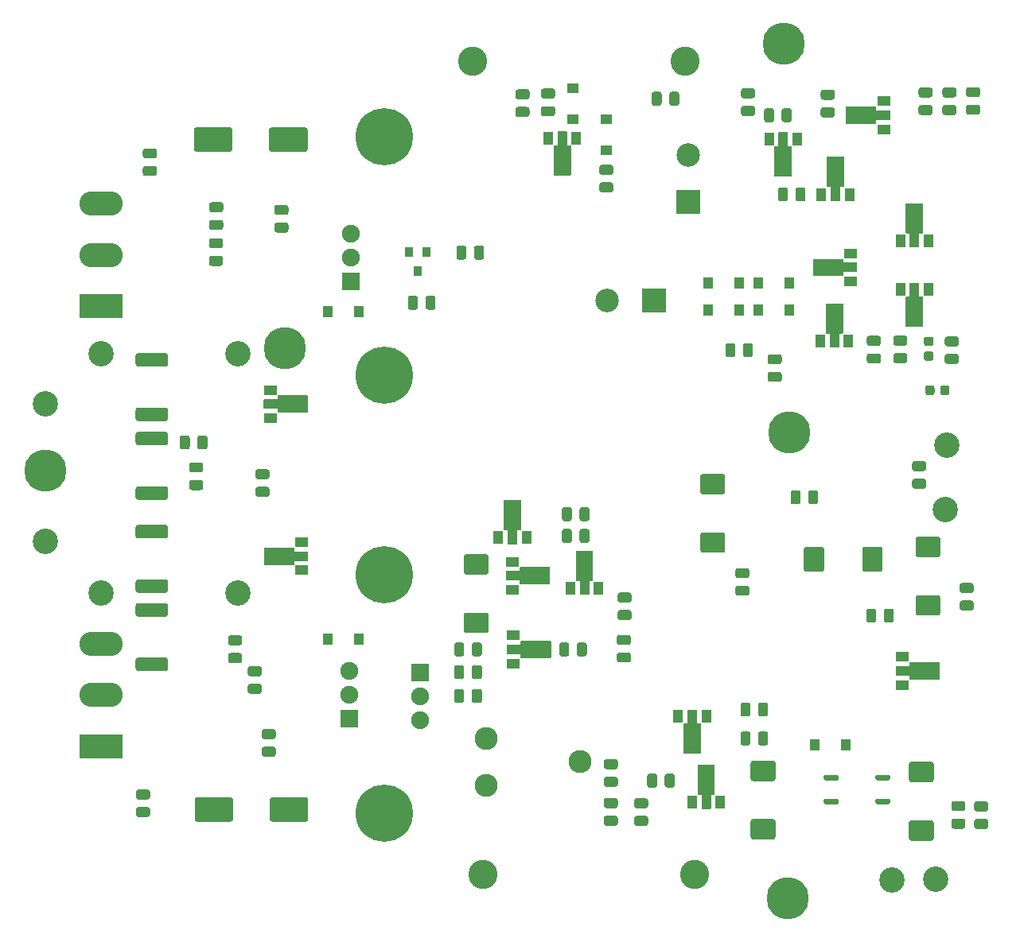
<source format=gbr>
%TF.GenerationSoftware,KiCad,Pcbnew,5.1.6-c6e7f7d~87~ubuntu18.04.1*%
%TF.CreationDate,2021-10-28T16:13:36+13:00*%
%TF.ProjectId,Trimodal SMD Sep20,5472696d-6f64-4616-9c20-534d44205365,rev?*%
%TF.SameCoordinates,Original*%
%TF.FileFunction,Soldermask,Top*%
%TF.FilePolarity,Negative*%
%FSLAX46Y46*%
G04 Gerber Fmt 4.6, Leading zero omitted, Abs format (unit mm)*
G04 Created by KiCad (PCBNEW 5.1.6-c6e7f7d~87~ubuntu18.04.1) date 2021-10-28 16:13:36*
%MOMM*%
%LPD*%
G01*
G04 APERTURE LIST*
%ADD10R,2.500000X2.500000*%
%ADD11C,2.500000*%
%ADD12R,1.000000X1.300000*%
%ADD13R,1.300000X1.000000*%
%ADD14C,3.100000*%
%ADD15C,6.100000*%
%ADD16C,2.700000*%
%ADD17C,4.500000*%
%ADD18C,2.440000*%
%ADD19R,1.400000X1.000000*%
%ADD20C,0.100000*%
%ADD21R,0.900000X1.000000*%
%ADD22R,1.000000X1.400000*%
%ADD23R,1.900000X1.900000*%
%ADD24O,1.900000X1.900000*%
%ADD25R,4.600000X2.600000*%
%ADD26O,4.600000X2.600000*%
G04 APERTURE END LIST*
%TO.C,C1*%
G36*
G01*
X166467752Y-96185100D02*
X164341848Y-96185100D01*
G75*
G02*
X164079800Y-95923052I0J262048D01*
G01*
X164079800Y-94272148D01*
G75*
G02*
X164341848Y-94010100I262048J0D01*
G01*
X166467752Y-94010100D01*
G75*
G02*
X166729800Y-94272148I0J-262048D01*
G01*
X166729800Y-95923052D01*
G75*
G02*
X166467752Y-96185100I-262048J0D01*
G01*
G37*
G36*
G01*
X166467752Y-102410100D02*
X164341848Y-102410100D01*
G75*
G02*
X164079800Y-102148052I0J262048D01*
G01*
X164079800Y-100497148D01*
G75*
G02*
X164341848Y-100235100I262048J0D01*
G01*
X166467752Y-100235100D01*
G75*
G02*
X166729800Y-100497148I0J-262048D01*
G01*
X166729800Y-102148052D01*
G75*
G02*
X166467752Y-102410100I-262048J0D01*
G01*
G37*
%TD*%
D10*
%TO.C,C2*%
X136245600Y-68808600D03*
D11*
X131245600Y-68808600D03*
%TD*%
%TO.C,C3*%
G36*
G01*
X151303700Y-58037650D02*
X151303700Y-57075150D01*
G75*
G02*
X151572450Y-56806400I268750J0D01*
G01*
X152109950Y-56806400D01*
G75*
G02*
X152378700Y-57075150I0J-268750D01*
G01*
X152378700Y-58037650D01*
G75*
G02*
X152109950Y-58306400I-268750J0D01*
G01*
X151572450Y-58306400D01*
G75*
G02*
X151303700Y-58037650I0J268750D01*
G01*
G37*
G36*
G01*
X149428700Y-58037650D02*
X149428700Y-57075150D01*
G75*
G02*
X149697450Y-56806400I268750J0D01*
G01*
X150234950Y-56806400D01*
G75*
G02*
X150503700Y-57075150I0J-268750D01*
G01*
X150503700Y-58037650D01*
G75*
G02*
X150234950Y-58306400I-268750J0D01*
G01*
X149697450Y-58306400D01*
G75*
G02*
X149428700Y-58037650I0J268750D01*
G01*
G37*
%TD*%
%TO.C,C4*%
G36*
G01*
X118385552Y-98051000D02*
X116259648Y-98051000D01*
G75*
G02*
X115997600Y-97788952I0J262048D01*
G01*
X115997600Y-96138048D01*
G75*
G02*
X116259648Y-95876000I262048J0D01*
G01*
X118385552Y-95876000D01*
G75*
G02*
X118647600Y-96138048I0J-262048D01*
G01*
X118647600Y-97788952D01*
G75*
G02*
X118385552Y-98051000I-262048J0D01*
G01*
G37*
G36*
G01*
X118385552Y-104276000D02*
X116259648Y-104276000D01*
G75*
G02*
X115997600Y-104013952I0J262048D01*
G01*
X115997600Y-102363048D01*
G75*
G02*
X116259648Y-102101000I262048J0D01*
G01*
X118385552Y-102101000D01*
G75*
G02*
X118647600Y-102363048I0J-262048D01*
G01*
X118647600Y-104013952D01*
G75*
G02*
X118385552Y-104276000I-262048J0D01*
G01*
G37*
%TD*%
%TO.C,C5*%
G36*
G01*
X143556952Y-95727900D02*
X141431048Y-95727900D01*
G75*
G02*
X141169000Y-95465852I0J262048D01*
G01*
X141169000Y-93814948D01*
G75*
G02*
X141431048Y-93552900I262048J0D01*
G01*
X143556952Y-93552900D01*
G75*
G02*
X143819000Y-93814948I0J-262048D01*
G01*
X143819000Y-95465852D01*
G75*
G02*
X143556952Y-95727900I-262048J0D01*
G01*
G37*
G36*
G01*
X143556952Y-89502900D02*
X141431048Y-89502900D01*
G75*
G02*
X141169000Y-89240852I0J262048D01*
G01*
X141169000Y-87589948D01*
G75*
G02*
X141431048Y-87327900I262048J0D01*
G01*
X143556952Y-87327900D01*
G75*
G02*
X143819000Y-87589948I0J-262048D01*
G01*
X143819000Y-89240852D01*
G75*
G02*
X143556952Y-89502900I-262048J0D01*
G01*
G37*
%TD*%
%TO.C,C6*%
G36*
G01*
X87651300Y-84453650D02*
X87651300Y-83491150D01*
G75*
G02*
X87920050Y-83222400I268750J0D01*
G01*
X88457550Y-83222400D01*
G75*
G02*
X88726300Y-83491150I0J-268750D01*
G01*
X88726300Y-84453650D01*
G75*
G02*
X88457550Y-84722400I-268750J0D01*
G01*
X87920050Y-84722400D01*
G75*
G02*
X87651300Y-84453650I0J268750D01*
G01*
G37*
G36*
G01*
X85776300Y-84453650D02*
X85776300Y-83491150D01*
G75*
G02*
X86045050Y-83222400I268750J0D01*
G01*
X86582550Y-83222400D01*
G75*
G02*
X86851300Y-83491150I0J-268750D01*
G01*
X86851300Y-84453650D01*
G75*
G02*
X86582550Y-84722400I-268750J0D01*
G01*
X86045050Y-84722400D01*
G75*
G02*
X85776300Y-84453650I0J268750D01*
G01*
G37*
%TD*%
%TO.C,C7*%
G36*
G01*
X171550250Y-123270300D02*
X170587750Y-123270300D01*
G75*
G02*
X170319000Y-123001550I0J268750D01*
G01*
X170319000Y-122464050D01*
G75*
G02*
X170587750Y-122195300I268750J0D01*
G01*
X171550250Y-122195300D01*
G75*
G02*
X171819000Y-122464050I0J-268750D01*
G01*
X171819000Y-123001550D01*
G75*
G02*
X171550250Y-123270300I-268750J0D01*
G01*
G37*
G36*
G01*
X171550250Y-125145300D02*
X170587750Y-125145300D01*
G75*
G02*
X170319000Y-124876550I0J268750D01*
G01*
X170319000Y-124339050D01*
G75*
G02*
X170587750Y-124070300I268750J0D01*
G01*
X171550250Y-124070300D01*
G75*
G02*
X171819000Y-124339050I0J-268750D01*
G01*
X171819000Y-124876550D01*
G75*
G02*
X171550250Y-125145300I-268750J0D01*
G01*
G37*
%TD*%
%TO.C,C9*%
G36*
G01*
X87359000Y-124103000D02*
X87359000Y-122023000D01*
G75*
G02*
X87619000Y-121763000I260000J0D01*
G01*
X91199000Y-121763000D01*
G75*
G02*
X91459000Y-122023000I0J-260000D01*
G01*
X91459000Y-124103000D01*
G75*
G02*
X91199000Y-124363000I-260000J0D01*
G01*
X87619000Y-124363000D01*
G75*
G02*
X87359000Y-124103000I0J260000D01*
G01*
G37*
G36*
G01*
X95359000Y-124103000D02*
X95359000Y-122023000D01*
G75*
G02*
X95619000Y-121763000I260000J0D01*
G01*
X99199000Y-121763000D01*
G75*
G02*
X99459000Y-122023000I0J-260000D01*
G01*
X99459000Y-124103000D01*
G75*
G02*
X99199000Y-124363000I-260000J0D01*
G01*
X95619000Y-124363000D01*
G75*
G02*
X95359000Y-124103000I0J260000D01*
G01*
G37*
%TD*%
%TO.C,C10*%
G36*
G01*
X91382800Y-50674400D02*
X91382800Y-52754400D01*
G75*
G02*
X91122800Y-53014400I-260000J0D01*
G01*
X87542800Y-53014400D01*
G75*
G02*
X87282800Y-52754400I0J260000D01*
G01*
X87282800Y-50674400D01*
G75*
G02*
X87542800Y-50414400I260000J0D01*
G01*
X91122800Y-50414400D01*
G75*
G02*
X91382800Y-50674400I0J-260000D01*
G01*
G37*
G36*
G01*
X99382800Y-50674400D02*
X99382800Y-52754400D01*
G75*
G02*
X99122800Y-53014400I-260000J0D01*
G01*
X95542800Y-53014400D01*
G75*
G02*
X95282800Y-52754400I0J260000D01*
G01*
X95282800Y-50674400D01*
G75*
G02*
X95542800Y-50414400I260000J0D01*
G01*
X99122800Y-50414400D01*
G75*
G02*
X99382800Y-50674400I0J-260000D01*
G01*
G37*
%TD*%
%TO.C,C11*%
G36*
G01*
X148916352Y-126260700D02*
X146790448Y-126260700D01*
G75*
G02*
X146528400Y-125998652I0J262048D01*
G01*
X146528400Y-124347748D01*
G75*
G02*
X146790448Y-124085700I262048J0D01*
G01*
X148916352Y-124085700D01*
G75*
G02*
X149178400Y-124347748I0J-262048D01*
G01*
X149178400Y-125998652D01*
G75*
G02*
X148916352Y-126260700I-262048J0D01*
G01*
G37*
G36*
G01*
X148916352Y-120035700D02*
X146790448Y-120035700D01*
G75*
G02*
X146528400Y-119773652I0J262048D01*
G01*
X146528400Y-118122748D01*
G75*
G02*
X146790448Y-117860700I262048J0D01*
G01*
X148916352Y-117860700D01*
G75*
G02*
X149178400Y-118122748I0J-262048D01*
G01*
X149178400Y-119773652D01*
G75*
G02*
X148916352Y-120035700I-262048J0D01*
G01*
G37*
%TD*%
%TO.C,C12*%
X139903200Y-53340000D03*
D10*
X139903200Y-58340000D03*
%TD*%
%TO.C,C13*%
G36*
G01*
X122731450Y-49305500D02*
X121768950Y-49305500D01*
G75*
G02*
X121500200Y-49036750I0J268750D01*
G01*
X121500200Y-48499250D01*
G75*
G02*
X121768950Y-48230500I268750J0D01*
G01*
X122731450Y-48230500D01*
G75*
G02*
X123000200Y-48499250I0J-268750D01*
G01*
X123000200Y-49036750D01*
G75*
G02*
X122731450Y-49305500I-268750J0D01*
G01*
G37*
G36*
G01*
X122731450Y-47430500D02*
X121768950Y-47430500D01*
G75*
G02*
X121500200Y-47161750I0J268750D01*
G01*
X121500200Y-46624250D01*
G75*
G02*
X121768950Y-46355500I268750J0D01*
G01*
X122731450Y-46355500D01*
G75*
G02*
X123000200Y-46624250I0J-268750D01*
G01*
X123000200Y-47161750D01*
G75*
G02*
X122731450Y-47430500I-268750J0D01*
G01*
G37*
%TD*%
%TO.C,C14*%
G36*
G01*
X165756552Y-120162700D02*
X163630648Y-120162700D01*
G75*
G02*
X163368600Y-119900652I0J262048D01*
G01*
X163368600Y-118249748D01*
G75*
G02*
X163630648Y-117987700I262048J0D01*
G01*
X165756552Y-117987700D01*
G75*
G02*
X166018600Y-118249748I0J-262048D01*
G01*
X166018600Y-119900652D01*
G75*
G02*
X165756552Y-120162700I-262048J0D01*
G01*
G37*
G36*
G01*
X165756552Y-126387700D02*
X163630648Y-126387700D01*
G75*
G02*
X163368600Y-126125652I0J262048D01*
G01*
X163368600Y-124474748D01*
G75*
G02*
X163630648Y-124212700I262048J0D01*
G01*
X165756552Y-124212700D01*
G75*
G02*
X166018600Y-124474748I0J-262048D01*
G01*
X166018600Y-126125652D01*
G75*
G02*
X165756552Y-126387700I-262048J0D01*
G01*
G37*
%TD*%
%TO.C,C15*%
G36*
G01*
X152176100Y-97481352D02*
X152176100Y-95355448D01*
G75*
G02*
X152438148Y-95093400I262048J0D01*
G01*
X154089052Y-95093400D01*
G75*
G02*
X154351100Y-95355448I0J-262048D01*
G01*
X154351100Y-97481352D01*
G75*
G02*
X154089052Y-97743400I-262048J0D01*
G01*
X152438148Y-97743400D01*
G75*
G02*
X152176100Y-97481352I0J262048D01*
G01*
G37*
G36*
G01*
X158401100Y-97481352D02*
X158401100Y-95355448D01*
G75*
G02*
X158663148Y-95093400I262048J0D01*
G01*
X160314052Y-95093400D01*
G75*
G02*
X160576100Y-95355448I0J-262048D01*
G01*
X160576100Y-97481352D01*
G75*
G02*
X160314052Y-97743400I-262048J0D01*
G01*
X158663148Y-97743400D01*
G75*
G02*
X158401100Y-97481352I0J262048D01*
G01*
G37*
%TD*%
%TO.C,C16*%
G36*
G01*
X167463550Y-72669900D02*
X168426050Y-72669900D01*
G75*
G02*
X168694800Y-72938650I0J-268750D01*
G01*
X168694800Y-73476150D01*
G75*
G02*
X168426050Y-73744900I-268750J0D01*
G01*
X167463550Y-73744900D01*
G75*
G02*
X167194800Y-73476150I0J268750D01*
G01*
X167194800Y-72938650D01*
G75*
G02*
X167463550Y-72669900I268750J0D01*
G01*
G37*
G36*
G01*
X167463550Y-74544900D02*
X168426050Y-74544900D01*
G75*
G02*
X168694800Y-74813650I0J-268750D01*
G01*
X168694800Y-75351150D01*
G75*
G02*
X168426050Y-75619900I-268750J0D01*
G01*
X167463550Y-75619900D01*
G75*
G02*
X167194800Y-75351150I0J268750D01*
G01*
X167194800Y-74813650D01*
G75*
G02*
X167463550Y-74544900I268750J0D01*
G01*
G37*
%TD*%
%TO.C,C17*%
G36*
G01*
X170686650Y-49072300D02*
X169724150Y-49072300D01*
G75*
G02*
X169455400Y-48803550I0J268750D01*
G01*
X169455400Y-48266050D01*
G75*
G02*
X169724150Y-47997300I268750J0D01*
G01*
X170686650Y-47997300D01*
G75*
G02*
X170955400Y-48266050I0J-268750D01*
G01*
X170955400Y-48803550D01*
G75*
G02*
X170686650Y-49072300I-268750J0D01*
G01*
G37*
G36*
G01*
X170686650Y-47197300D02*
X169724150Y-47197300D01*
G75*
G02*
X169455400Y-46928550I0J268750D01*
G01*
X169455400Y-46391050D01*
G75*
G02*
X169724150Y-46122300I268750J0D01*
G01*
X170686650Y-46122300D01*
G75*
G02*
X170955400Y-46391050I0J-268750D01*
G01*
X170955400Y-46928550D01*
G75*
G02*
X170686650Y-47197300I-268750J0D01*
G01*
G37*
%TD*%
D12*
%TO.C,D1*%
X145311400Y-69900800D03*
X142011400Y-69900800D03*
%TD*%
%TO.C,D2*%
X150670800Y-69900800D03*
X147370800Y-69900800D03*
%TD*%
%TO.C,D3*%
X145313400Y-66979800D03*
X142013400Y-66979800D03*
%TD*%
%TO.C,D4*%
X150672800Y-66954400D03*
X147372800Y-66954400D03*
%TD*%
D13*
%TO.C,D5*%
X131165600Y-49530000D03*
X131165600Y-52830000D03*
%TD*%
%TO.C,D6*%
X127635000Y-46230000D03*
X127635000Y-49530000D03*
%TD*%
D12*
%TO.C,D7*%
X104851200Y-104902000D03*
X101551200Y-104902000D03*
%TD*%
%TO.C,D8*%
X101575600Y-70002400D03*
X104875600Y-70002400D03*
%TD*%
%TO.C,D9*%
X153390600Y-116179600D03*
X156690600Y-116179600D03*
%TD*%
D14*
%TO.C,F1*%
X140608400Y-129946400D03*
X118008400Y-129946400D03*
%TD*%
%TO.C,F2*%
X116967000Y-43383200D03*
X139567000Y-43383200D03*
%TD*%
D15*
%TO.C,HS1*%
X107543600Y-51384200D03*
X107543600Y-76784200D03*
%TD*%
%TO.C,HS2*%
X107530900Y-98031300D03*
X107530900Y-123431300D03*
%TD*%
D16*
%TO.C,J1*%
X167259000Y-91135200D03*
%TD*%
%TO.C,J2*%
X167386000Y-84251800D03*
%TD*%
D17*
%TO.C,J3*%
X96951800Y-73914000D03*
%TD*%
%TO.C,J4*%
X150622000Y-82905600D03*
%TD*%
%TO.C,JL1*%
X150469600Y-132537200D03*
%TD*%
%TO.C,JL2*%
X150063200Y-41478200D03*
%TD*%
D18*
%TO.C,PR1*%
X118364000Y-115468400D03*
X128364000Y-117968400D03*
X118364000Y-120468400D03*
%TD*%
D19*
%TO.C,Q6*%
X160679400Y-50623600D03*
X160679400Y-47623600D03*
D20*
G36*
X156719645Y-50039139D02*
G01*
X156710266Y-50036294D01*
X156701621Y-50031673D01*
X156694045Y-50025455D01*
X156687827Y-50017879D01*
X156683206Y-50009234D01*
X156680361Y-49999855D01*
X156679400Y-49990100D01*
X156679400Y-48257100D01*
X156680361Y-48247345D01*
X156683206Y-48237966D01*
X156687827Y-48229321D01*
X156694045Y-48221745D01*
X156701621Y-48215527D01*
X156710266Y-48210906D01*
X156719645Y-48208061D01*
X156729400Y-48207100D01*
X159854400Y-48207100D01*
X159864155Y-48208061D01*
X159873534Y-48210906D01*
X159882179Y-48215527D01*
X159889755Y-48221745D01*
X159895973Y-48229321D01*
X159900594Y-48237966D01*
X159903439Y-48247345D01*
X159904400Y-48257100D01*
X159904400Y-48623600D01*
X161329400Y-48623600D01*
X161339155Y-48624561D01*
X161348534Y-48627406D01*
X161357179Y-48632027D01*
X161364755Y-48638245D01*
X161370973Y-48645821D01*
X161375594Y-48654466D01*
X161378439Y-48663845D01*
X161379400Y-48673600D01*
X161379400Y-49573600D01*
X161378439Y-49583355D01*
X161375594Y-49592734D01*
X161370973Y-49601379D01*
X161364755Y-49608955D01*
X161357179Y-49615173D01*
X161348534Y-49619794D01*
X161339155Y-49622639D01*
X161329400Y-49623600D01*
X159904400Y-49623600D01*
X159904400Y-49990100D01*
X159903439Y-49999855D01*
X159900594Y-50009234D01*
X159895973Y-50017879D01*
X159889755Y-50025455D01*
X159882179Y-50031673D01*
X159873534Y-50036294D01*
X159864155Y-50039139D01*
X159854400Y-50040100D01*
X156729400Y-50040100D01*
X156719645Y-50039139D01*
G37*
%TD*%
%TO.C,R2*%
G36*
G01*
X162939650Y-73664100D02*
X161977150Y-73664100D01*
G75*
G02*
X161708400Y-73395350I0J268750D01*
G01*
X161708400Y-72857850D01*
G75*
G02*
X161977150Y-72589100I268750J0D01*
G01*
X162939650Y-72589100D01*
G75*
G02*
X163208400Y-72857850I0J-268750D01*
G01*
X163208400Y-73395350D01*
G75*
G02*
X162939650Y-73664100I-268750J0D01*
G01*
G37*
G36*
G01*
X162939650Y-75539100D02*
X161977150Y-75539100D01*
G75*
G02*
X161708400Y-75270350I0J268750D01*
G01*
X161708400Y-74732850D01*
G75*
G02*
X161977150Y-74464100I268750J0D01*
G01*
X162939650Y-74464100D01*
G75*
G02*
X163208400Y-74732850I0J-268750D01*
G01*
X163208400Y-75270350D01*
G75*
G02*
X162939650Y-75539100I-268750J0D01*
G01*
G37*
%TD*%
%TO.C,R3*%
G36*
G01*
X160120250Y-73689500D02*
X159157750Y-73689500D01*
G75*
G02*
X158889000Y-73420750I0J268750D01*
G01*
X158889000Y-72883250D01*
G75*
G02*
X159157750Y-72614500I268750J0D01*
G01*
X160120250Y-72614500D01*
G75*
G02*
X160389000Y-72883250I0J-268750D01*
G01*
X160389000Y-73420750D01*
G75*
G02*
X160120250Y-73689500I-268750J0D01*
G01*
G37*
G36*
G01*
X160120250Y-75564500D02*
X159157750Y-75564500D01*
G75*
G02*
X158889000Y-75295750I0J268750D01*
G01*
X158889000Y-74758250D01*
G75*
G02*
X159157750Y-74489500I268750J0D01*
G01*
X160120250Y-74489500D01*
G75*
G02*
X160389000Y-74758250I0J-268750D01*
G01*
X160389000Y-75295750D01*
G75*
G02*
X160120250Y-75564500I-268750J0D01*
G01*
G37*
%TD*%
%TO.C,R4*%
G36*
G01*
X169111850Y-123244900D02*
X168149350Y-123244900D01*
G75*
G02*
X167880600Y-122976150I0J268750D01*
G01*
X167880600Y-122438650D01*
G75*
G02*
X168149350Y-122169900I268750J0D01*
G01*
X169111850Y-122169900D01*
G75*
G02*
X169380600Y-122438650I0J-268750D01*
G01*
X169380600Y-122976150D01*
G75*
G02*
X169111850Y-123244900I-268750J0D01*
G01*
G37*
G36*
G01*
X169111850Y-125119900D02*
X168149350Y-125119900D01*
G75*
G02*
X167880600Y-124851150I0J268750D01*
G01*
X167880600Y-124313650D01*
G75*
G02*
X168149350Y-124044900I268750J0D01*
G01*
X169111850Y-124044900D01*
G75*
G02*
X169380600Y-124313650I0J-268750D01*
G01*
X169380600Y-124851150D01*
G75*
G02*
X169111850Y-125119900I-268750J0D01*
G01*
G37*
%TD*%
%TO.C,R5*%
G36*
G01*
X147311300Y-112901650D02*
X147311300Y-111939150D01*
G75*
G02*
X147580050Y-111670400I268750J0D01*
G01*
X148117550Y-111670400D01*
G75*
G02*
X148386300Y-111939150I0J-268750D01*
G01*
X148386300Y-112901650D01*
G75*
G02*
X148117550Y-113170400I-268750J0D01*
G01*
X147580050Y-113170400D01*
G75*
G02*
X147311300Y-112901650I0J268750D01*
G01*
G37*
G36*
G01*
X145436300Y-112901650D02*
X145436300Y-111939150D01*
G75*
G02*
X145705050Y-111670400I268750J0D01*
G01*
X146242550Y-111670400D01*
G75*
G02*
X146511300Y-111939150I0J-268750D01*
G01*
X146511300Y-112901650D01*
G75*
G02*
X146242550Y-113170400I-268750J0D01*
G01*
X145705050Y-113170400D01*
G75*
G02*
X145436300Y-112901650I0J268750D01*
G01*
G37*
%TD*%
%TO.C,R6*%
G36*
G01*
X168172050Y-47227300D02*
X167209550Y-47227300D01*
G75*
G02*
X166940800Y-46958550I0J268750D01*
G01*
X166940800Y-46421050D01*
G75*
G02*
X167209550Y-46152300I268750J0D01*
G01*
X168172050Y-46152300D01*
G75*
G02*
X168440800Y-46421050I0J-268750D01*
G01*
X168440800Y-46958550D01*
G75*
G02*
X168172050Y-47227300I-268750J0D01*
G01*
G37*
G36*
G01*
X168172050Y-49102300D02*
X167209550Y-49102300D01*
G75*
G02*
X166940800Y-48833550I0J268750D01*
G01*
X166940800Y-48296050D01*
G75*
G02*
X167209550Y-48027300I268750J0D01*
G01*
X168172050Y-48027300D01*
G75*
G02*
X168440800Y-48296050I0J-268750D01*
G01*
X168440800Y-48833550D01*
G75*
G02*
X168172050Y-49102300I-268750J0D01*
G01*
G37*
%TD*%
%TO.C,R7*%
G36*
G01*
X165632050Y-49102300D02*
X164669550Y-49102300D01*
G75*
G02*
X164400800Y-48833550I0J268750D01*
G01*
X164400800Y-48296050D01*
G75*
G02*
X164669550Y-48027300I268750J0D01*
G01*
X165632050Y-48027300D01*
G75*
G02*
X165900800Y-48296050I0J-268750D01*
G01*
X165900800Y-48833550D01*
G75*
G02*
X165632050Y-49102300I-268750J0D01*
G01*
G37*
G36*
G01*
X165632050Y-47227300D02*
X164669550Y-47227300D01*
G75*
G02*
X164400800Y-46958550I0J268750D01*
G01*
X164400800Y-46421050D01*
G75*
G02*
X164669550Y-46152300I268750J0D01*
G01*
X165632050Y-46152300D01*
G75*
G02*
X165900800Y-46421050I0J-268750D01*
G01*
X165900800Y-46958550D01*
G75*
G02*
X165632050Y-47227300I-268750J0D01*
G01*
G37*
%TD*%
%TO.C,R8*%
G36*
G01*
X150774900Y-90295650D02*
X150774900Y-89333150D01*
G75*
G02*
X151043650Y-89064400I268750J0D01*
G01*
X151581150Y-89064400D01*
G75*
G02*
X151849900Y-89333150I0J-268750D01*
G01*
X151849900Y-90295650D01*
G75*
G02*
X151581150Y-90564400I-268750J0D01*
G01*
X151043650Y-90564400D01*
G75*
G02*
X150774900Y-90295650I0J268750D01*
G01*
G37*
G36*
G01*
X152649900Y-90295650D02*
X152649900Y-89333150D01*
G75*
G02*
X152918650Y-89064400I268750J0D01*
G01*
X153456150Y-89064400D01*
G75*
G02*
X153724900Y-89333150I0J-268750D01*
G01*
X153724900Y-90295650D01*
G75*
G02*
X153456150Y-90564400I-268750J0D01*
G01*
X152918650Y-90564400D01*
G75*
G02*
X152649900Y-90295650I0J268750D01*
G01*
G37*
%TD*%
%TO.C,R9*%
G36*
G01*
X169038350Y-98928900D02*
X170000850Y-98928900D01*
G75*
G02*
X170269600Y-99197650I0J-268750D01*
G01*
X170269600Y-99735150D01*
G75*
G02*
X170000850Y-100003900I-268750J0D01*
G01*
X169038350Y-100003900D01*
G75*
G02*
X168769600Y-99735150I0J268750D01*
G01*
X168769600Y-99197650D01*
G75*
G02*
X169038350Y-98928900I268750J0D01*
G01*
G37*
G36*
G01*
X169038350Y-100803900D02*
X170000850Y-100803900D01*
G75*
G02*
X170269600Y-101072650I0J-268750D01*
G01*
X170269600Y-101610150D01*
G75*
G02*
X170000850Y-101878900I-268750J0D01*
G01*
X169038350Y-101878900D01*
G75*
G02*
X168769600Y-101610150I0J268750D01*
G01*
X168769600Y-101072650D01*
G75*
G02*
X169038350Y-100803900I268750J0D01*
G01*
G37*
%TD*%
%TO.C,R10*%
G36*
G01*
X117931700Y-107951350D02*
X117931700Y-108913850D01*
G75*
G02*
X117662950Y-109182600I-268750J0D01*
G01*
X117125450Y-109182600D01*
G75*
G02*
X116856700Y-108913850I0J268750D01*
G01*
X116856700Y-107951350D01*
G75*
G02*
X117125450Y-107682600I268750J0D01*
G01*
X117662950Y-107682600D01*
G75*
G02*
X117931700Y-107951350I0J-268750D01*
G01*
G37*
G36*
G01*
X116056700Y-107951350D02*
X116056700Y-108913850D01*
G75*
G02*
X115787950Y-109182600I-268750J0D01*
G01*
X115250450Y-109182600D01*
G75*
G02*
X114981700Y-108913850I0J268750D01*
G01*
X114981700Y-107951350D01*
G75*
G02*
X115250450Y-107682600I268750J0D01*
G01*
X115787950Y-107682600D01*
G75*
G02*
X116056700Y-107951350I0J-268750D01*
G01*
G37*
%TD*%
%TO.C,R11*%
G36*
G01*
X114981700Y-106500850D02*
X114981700Y-105538350D01*
G75*
G02*
X115250450Y-105269600I268750J0D01*
G01*
X115787950Y-105269600D01*
G75*
G02*
X116056700Y-105538350I0J-268750D01*
G01*
X116056700Y-106500850D01*
G75*
G02*
X115787950Y-106769600I-268750J0D01*
G01*
X115250450Y-106769600D01*
G75*
G02*
X114981700Y-106500850I0J268750D01*
G01*
G37*
G36*
G01*
X116856700Y-106500850D02*
X116856700Y-105538350D01*
G75*
G02*
X117125450Y-105269600I268750J0D01*
G01*
X117662950Y-105269600D01*
G75*
G02*
X117931700Y-105538350I0J-268750D01*
G01*
X117931700Y-106500850D01*
G75*
G02*
X117662950Y-106769600I-268750J0D01*
G01*
X117125450Y-106769600D01*
G75*
G02*
X116856700Y-106500850I0J268750D01*
G01*
G37*
%TD*%
%TO.C,R12*%
G36*
G01*
X126441700Y-92099050D02*
X126441700Y-91136550D01*
G75*
G02*
X126710450Y-90867800I268750J0D01*
G01*
X127247950Y-90867800D01*
G75*
G02*
X127516700Y-91136550I0J-268750D01*
G01*
X127516700Y-92099050D01*
G75*
G02*
X127247950Y-92367800I-268750J0D01*
G01*
X126710450Y-92367800D01*
G75*
G02*
X126441700Y-92099050I0J268750D01*
G01*
G37*
G36*
G01*
X128316700Y-92099050D02*
X128316700Y-91136550D01*
G75*
G02*
X128585450Y-90867800I268750J0D01*
G01*
X129122950Y-90867800D01*
G75*
G02*
X129391700Y-91136550I0J-268750D01*
G01*
X129391700Y-92099050D01*
G75*
G02*
X129122950Y-92367800I-268750J0D01*
G01*
X128585450Y-92367800D01*
G75*
G02*
X128316700Y-92099050I0J268750D01*
G01*
G37*
%TD*%
%TO.C,R13*%
G36*
G01*
X135355250Y-122940100D02*
X134392750Y-122940100D01*
G75*
G02*
X134124000Y-122671350I0J268750D01*
G01*
X134124000Y-122133850D01*
G75*
G02*
X134392750Y-121865100I268750J0D01*
G01*
X135355250Y-121865100D01*
G75*
G02*
X135624000Y-122133850I0J-268750D01*
G01*
X135624000Y-122671350D01*
G75*
G02*
X135355250Y-122940100I-268750J0D01*
G01*
G37*
G36*
G01*
X135355250Y-124815100D02*
X134392750Y-124815100D01*
G75*
G02*
X134124000Y-124546350I0J268750D01*
G01*
X134124000Y-124008850D01*
G75*
G02*
X134392750Y-123740100I268750J0D01*
G01*
X135355250Y-123740100D01*
G75*
G02*
X135624000Y-124008850I0J-268750D01*
G01*
X135624000Y-124546350D01*
G75*
G02*
X135355250Y-124815100I-268750J0D01*
G01*
G37*
%TD*%
%TO.C,R14*%
G36*
G01*
X117931700Y-110491350D02*
X117931700Y-111453850D01*
G75*
G02*
X117662950Y-111722600I-268750J0D01*
G01*
X117125450Y-111722600D01*
G75*
G02*
X116856700Y-111453850I0J268750D01*
G01*
X116856700Y-110491350D01*
G75*
G02*
X117125450Y-110222600I268750J0D01*
G01*
X117662950Y-110222600D01*
G75*
G02*
X117931700Y-110491350I0J-268750D01*
G01*
G37*
G36*
G01*
X116056700Y-110491350D02*
X116056700Y-111453850D01*
G75*
G02*
X115787950Y-111722600I-268750J0D01*
G01*
X115250450Y-111722600D01*
G75*
G02*
X114981700Y-111453850I0J268750D01*
G01*
X114981700Y-110491350D01*
G75*
G02*
X115250450Y-110222600I268750J0D01*
G01*
X115787950Y-110222600D01*
G75*
G02*
X116056700Y-110491350I0J-268750D01*
G01*
G37*
%TD*%
%TO.C,R15*%
G36*
G01*
X129391700Y-93447950D02*
X129391700Y-94410450D01*
G75*
G02*
X129122950Y-94679200I-268750J0D01*
G01*
X128585450Y-94679200D01*
G75*
G02*
X128316700Y-94410450I0J268750D01*
G01*
X128316700Y-93447950D01*
G75*
G02*
X128585450Y-93179200I268750J0D01*
G01*
X129122950Y-93179200D01*
G75*
G02*
X129391700Y-93447950I0J-268750D01*
G01*
G37*
G36*
G01*
X127516700Y-93447950D02*
X127516700Y-94410450D01*
G75*
G02*
X127247950Y-94679200I-268750J0D01*
G01*
X126710450Y-94679200D01*
G75*
G02*
X126441700Y-94410450I0J268750D01*
G01*
X126441700Y-93447950D01*
G75*
G02*
X126710450Y-93179200I268750J0D01*
G01*
X127247950Y-93179200D01*
G75*
G02*
X127516700Y-93447950I0J-268750D01*
G01*
G37*
%TD*%
%TO.C,R16*%
G36*
G01*
X84260482Y-102528200D02*
X81347518Y-102528200D01*
G75*
G02*
X81079000Y-102259682I0J268518D01*
G01*
X81079000Y-101346718D01*
G75*
G02*
X81347518Y-101078200I268518J0D01*
G01*
X84260482Y-101078200D01*
G75*
G02*
X84529000Y-101346718I0J-268518D01*
G01*
X84529000Y-102259682D01*
G75*
G02*
X84260482Y-102528200I-268518J0D01*
G01*
G37*
G36*
G01*
X84260482Y-108328200D02*
X81347518Y-108328200D01*
G75*
G02*
X81079000Y-108059682I0J268518D01*
G01*
X81079000Y-107146718D01*
G75*
G02*
X81347518Y-106878200I268518J0D01*
G01*
X84260482Y-106878200D01*
G75*
G02*
X84529000Y-107146718I0J-268518D01*
G01*
X84529000Y-108059682D01*
G75*
G02*
X84260482Y-108328200I-268518J0D01*
G01*
G37*
%TD*%
%TO.C,R17*%
G36*
G01*
X84260482Y-81700200D02*
X81347518Y-81700200D01*
G75*
G02*
X81079000Y-81431682I0J268518D01*
G01*
X81079000Y-80518718D01*
G75*
G02*
X81347518Y-80250200I268518J0D01*
G01*
X84260482Y-80250200D01*
G75*
G02*
X84529000Y-80518718I0J-268518D01*
G01*
X84529000Y-81431682D01*
G75*
G02*
X84260482Y-81700200I-268518J0D01*
G01*
G37*
G36*
G01*
X84260482Y-75900200D02*
X81347518Y-75900200D01*
G75*
G02*
X81079000Y-75631682I0J268518D01*
G01*
X81079000Y-74718718D01*
G75*
G02*
X81347518Y-74450200I268518J0D01*
G01*
X84260482Y-74450200D01*
G75*
G02*
X84529000Y-74718718I0J-268518D01*
G01*
X84529000Y-75631682D01*
G75*
G02*
X84260482Y-75900200I-268518J0D01*
G01*
G37*
%TD*%
%TO.C,R18*%
G36*
G01*
X88009650Y-87176900D02*
X87047150Y-87176900D01*
G75*
G02*
X86778400Y-86908150I0J268750D01*
G01*
X86778400Y-86370650D01*
G75*
G02*
X87047150Y-86101900I268750J0D01*
G01*
X88009650Y-86101900D01*
G75*
G02*
X88278400Y-86370650I0J-268750D01*
G01*
X88278400Y-86908150D01*
G75*
G02*
X88009650Y-87176900I-268750J0D01*
G01*
G37*
G36*
G01*
X88009650Y-89051900D02*
X87047150Y-89051900D01*
G75*
G02*
X86778400Y-88783150I0J268750D01*
G01*
X86778400Y-88245650D01*
G75*
G02*
X87047150Y-87976900I268750J0D01*
G01*
X88009650Y-87976900D01*
G75*
G02*
X88278400Y-88245650I0J-268750D01*
G01*
X88278400Y-88783150D01*
G75*
G02*
X88009650Y-89051900I-268750J0D01*
G01*
G37*
%TD*%
%TO.C,R19*%
G36*
G01*
X94108350Y-86813100D02*
X95070850Y-86813100D01*
G75*
G02*
X95339600Y-87081850I0J-268750D01*
G01*
X95339600Y-87619350D01*
G75*
G02*
X95070850Y-87888100I-268750J0D01*
G01*
X94108350Y-87888100D01*
G75*
G02*
X93839600Y-87619350I0J268750D01*
G01*
X93839600Y-87081850D01*
G75*
G02*
X94108350Y-86813100I268750J0D01*
G01*
G37*
G36*
G01*
X94108350Y-88688100D02*
X95070850Y-88688100D01*
G75*
G02*
X95339600Y-88956850I0J-268750D01*
G01*
X95339600Y-89494350D01*
G75*
G02*
X95070850Y-89763100I-268750J0D01*
G01*
X94108350Y-89763100D01*
G75*
G02*
X93839600Y-89494350I0J268750D01*
G01*
X93839600Y-88956850D01*
G75*
G02*
X94108350Y-88688100I268750J0D01*
G01*
G37*
%TD*%
%TO.C,R20*%
G36*
G01*
X92149850Y-107466900D02*
X91187350Y-107466900D01*
G75*
G02*
X90918600Y-107198150I0J268750D01*
G01*
X90918600Y-106660650D01*
G75*
G02*
X91187350Y-106391900I268750J0D01*
G01*
X92149850Y-106391900D01*
G75*
G02*
X92418600Y-106660650I0J-268750D01*
G01*
X92418600Y-107198150D01*
G75*
G02*
X92149850Y-107466900I-268750J0D01*
G01*
G37*
G36*
G01*
X92149850Y-105591900D02*
X91187350Y-105591900D01*
G75*
G02*
X90918600Y-105323150I0J268750D01*
G01*
X90918600Y-104785650D01*
G75*
G02*
X91187350Y-104516900I268750J0D01*
G01*
X92149850Y-104516900D01*
G75*
G02*
X92418600Y-104785650I0J-268750D01*
G01*
X92418600Y-105323150D01*
G75*
G02*
X92149850Y-105591900I-268750J0D01*
G01*
G37*
%TD*%
%TO.C,R21*%
G36*
G01*
X95731250Y-117449100D02*
X94768750Y-117449100D01*
G75*
G02*
X94500000Y-117180350I0J268750D01*
G01*
X94500000Y-116642850D01*
G75*
G02*
X94768750Y-116374100I268750J0D01*
G01*
X95731250Y-116374100D01*
G75*
G02*
X96000000Y-116642850I0J-268750D01*
G01*
X96000000Y-117180350D01*
G75*
G02*
X95731250Y-117449100I-268750J0D01*
G01*
G37*
G36*
G01*
X95731250Y-115574100D02*
X94768750Y-115574100D01*
G75*
G02*
X94500000Y-115305350I0J268750D01*
G01*
X94500000Y-114767850D01*
G75*
G02*
X94768750Y-114499100I268750J0D01*
G01*
X95731250Y-114499100D01*
G75*
G02*
X96000000Y-114767850I0J-268750D01*
G01*
X96000000Y-115305350D01*
G75*
G02*
X95731250Y-115574100I-268750J0D01*
G01*
G37*
%TD*%
%TO.C,R22*%
G36*
G01*
X128032700Y-106500850D02*
X128032700Y-105538350D01*
G75*
G02*
X128301450Y-105269600I268750J0D01*
G01*
X128838950Y-105269600D01*
G75*
G02*
X129107700Y-105538350I0J-268750D01*
G01*
X129107700Y-106500850D01*
G75*
G02*
X128838950Y-106769600I-268750J0D01*
G01*
X128301450Y-106769600D01*
G75*
G02*
X128032700Y-106500850I0J268750D01*
G01*
G37*
G36*
G01*
X126157700Y-106500850D02*
X126157700Y-105538350D01*
G75*
G02*
X126426450Y-105269600I268750J0D01*
G01*
X126963950Y-105269600D01*
G75*
G02*
X127232700Y-105538350I0J-268750D01*
G01*
X127232700Y-106500850D01*
G75*
G02*
X126963950Y-106769600I-268750J0D01*
G01*
X126426450Y-106769600D01*
G75*
G02*
X126157700Y-106500850I0J268750D01*
G01*
G37*
%TD*%
%TO.C,R23*%
G36*
G01*
X93295550Y-109673100D02*
X94258050Y-109673100D01*
G75*
G02*
X94526800Y-109941850I0J-268750D01*
G01*
X94526800Y-110479350D01*
G75*
G02*
X94258050Y-110748100I-268750J0D01*
G01*
X93295550Y-110748100D01*
G75*
G02*
X93026800Y-110479350I0J268750D01*
G01*
X93026800Y-109941850D01*
G75*
G02*
X93295550Y-109673100I268750J0D01*
G01*
G37*
G36*
G01*
X93295550Y-107798100D02*
X94258050Y-107798100D01*
G75*
G02*
X94526800Y-108066850I0J-268750D01*
G01*
X94526800Y-108604350D01*
G75*
G02*
X94258050Y-108873100I-268750J0D01*
G01*
X93295550Y-108873100D01*
G75*
G02*
X93026800Y-108604350I0J268750D01*
G01*
X93026800Y-108066850D01*
G75*
G02*
X93295550Y-107798100I268750J0D01*
G01*
G37*
%TD*%
%TO.C,R24*%
G36*
G01*
X111931400Y-69569250D02*
X111931400Y-68606750D01*
G75*
G02*
X112200150Y-68338000I268750J0D01*
G01*
X112737650Y-68338000D01*
G75*
G02*
X113006400Y-68606750I0J-268750D01*
G01*
X113006400Y-69569250D01*
G75*
G02*
X112737650Y-69838000I-268750J0D01*
G01*
X112200150Y-69838000D01*
G75*
G02*
X111931400Y-69569250I0J268750D01*
G01*
G37*
G36*
G01*
X110056400Y-69569250D02*
X110056400Y-68606750D01*
G75*
G02*
X110325150Y-68338000I268750J0D01*
G01*
X110862650Y-68338000D01*
G75*
G02*
X111131400Y-68606750I0J-268750D01*
G01*
X111131400Y-69569250D01*
G75*
G02*
X110862650Y-69838000I-268750J0D01*
G01*
X110325150Y-69838000D01*
G75*
G02*
X110056400Y-69569250I0J268750D01*
G01*
G37*
%TD*%
%TO.C,R25*%
G36*
G01*
X82345450Y-122000300D02*
X81382950Y-122000300D01*
G75*
G02*
X81114200Y-121731550I0J268750D01*
G01*
X81114200Y-121194050D01*
G75*
G02*
X81382950Y-120925300I268750J0D01*
G01*
X82345450Y-120925300D01*
G75*
G02*
X82614200Y-121194050I0J-268750D01*
G01*
X82614200Y-121731550D01*
G75*
G02*
X82345450Y-122000300I-268750J0D01*
G01*
G37*
G36*
G01*
X82345450Y-123875300D02*
X81382950Y-123875300D01*
G75*
G02*
X81114200Y-123606550I0J268750D01*
G01*
X81114200Y-123069050D01*
G75*
G02*
X81382950Y-122800300I268750J0D01*
G01*
X82345450Y-122800300D01*
G75*
G02*
X82614200Y-123069050I0J-268750D01*
G01*
X82614200Y-123606550D01*
G75*
G02*
X82345450Y-123875300I-268750J0D01*
G01*
G37*
%TD*%
%TO.C,R26*%
G36*
G01*
X83082050Y-55600100D02*
X82119550Y-55600100D01*
G75*
G02*
X81850800Y-55331350I0J268750D01*
G01*
X81850800Y-54793850D01*
G75*
G02*
X82119550Y-54525100I268750J0D01*
G01*
X83082050Y-54525100D01*
G75*
G02*
X83350800Y-54793850I0J-268750D01*
G01*
X83350800Y-55331350D01*
G75*
G02*
X83082050Y-55600100I-268750J0D01*
G01*
G37*
G36*
G01*
X83082050Y-53725100D02*
X82119550Y-53725100D01*
G75*
G02*
X81850800Y-53456350I0J268750D01*
G01*
X81850800Y-52918850D01*
G75*
G02*
X82119550Y-52650100I268750J0D01*
G01*
X83082050Y-52650100D01*
G75*
G02*
X83350800Y-52918850I0J-268750D01*
G01*
X83350800Y-53456350D01*
G75*
G02*
X83082050Y-53725100I-268750J0D01*
G01*
G37*
%TD*%
%TO.C,R27*%
G36*
G01*
X90117850Y-65175900D02*
X89155350Y-65175900D01*
G75*
G02*
X88886600Y-64907150I0J268750D01*
G01*
X88886600Y-64369650D01*
G75*
G02*
X89155350Y-64100900I268750J0D01*
G01*
X90117850Y-64100900D01*
G75*
G02*
X90386600Y-64369650I0J-268750D01*
G01*
X90386600Y-64907150D01*
G75*
G02*
X90117850Y-65175900I-268750J0D01*
G01*
G37*
G36*
G01*
X90117850Y-63300900D02*
X89155350Y-63300900D01*
G75*
G02*
X88886600Y-63032150I0J268750D01*
G01*
X88886600Y-62494650D01*
G75*
G02*
X89155350Y-62225900I268750J0D01*
G01*
X90117850Y-62225900D01*
G75*
G02*
X90386600Y-62494650I0J-268750D01*
G01*
X90386600Y-63032150D01*
G75*
G02*
X90117850Y-63300900I-268750J0D01*
G01*
G37*
%TD*%
%TO.C,R29*%
G36*
G01*
X90143250Y-59465500D02*
X89180750Y-59465500D01*
G75*
G02*
X88912000Y-59196750I0J268750D01*
G01*
X88912000Y-58659250D01*
G75*
G02*
X89180750Y-58390500I268750J0D01*
G01*
X90143250Y-58390500D01*
G75*
G02*
X90412000Y-58659250I0J-268750D01*
G01*
X90412000Y-59196750D01*
G75*
G02*
X90143250Y-59465500I-268750J0D01*
G01*
G37*
G36*
G01*
X90143250Y-61340500D02*
X89180750Y-61340500D01*
G75*
G02*
X88912000Y-61071750I0J268750D01*
G01*
X88912000Y-60534250D01*
G75*
G02*
X89180750Y-60265500I268750J0D01*
G01*
X90143250Y-60265500D01*
G75*
G02*
X90412000Y-60534250I0J-268750D01*
G01*
X90412000Y-61071750D01*
G75*
G02*
X90143250Y-61340500I-268750J0D01*
G01*
G37*
%TD*%
%TO.C,R30*%
G36*
G01*
X116289900Y-63272750D02*
X116289900Y-64235250D01*
G75*
G02*
X116021150Y-64504000I-268750J0D01*
G01*
X115483650Y-64504000D01*
G75*
G02*
X115214900Y-64235250I0J268750D01*
G01*
X115214900Y-63272750D01*
G75*
G02*
X115483650Y-63004000I268750J0D01*
G01*
X116021150Y-63004000D01*
G75*
G02*
X116289900Y-63272750I0J-268750D01*
G01*
G37*
G36*
G01*
X118164900Y-63272750D02*
X118164900Y-64235250D01*
G75*
G02*
X117896150Y-64504000I-268750J0D01*
G01*
X117358650Y-64504000D01*
G75*
G02*
X117089900Y-64235250I0J268750D01*
G01*
X117089900Y-63272750D01*
G75*
G02*
X117358650Y-63004000I268750J0D01*
G01*
X117896150Y-63004000D01*
G75*
G02*
X118164900Y-63272750I0J-268750D01*
G01*
G37*
%TD*%
%TO.C,R31*%
G36*
G01*
X96114950Y-60544900D02*
X97077450Y-60544900D01*
G75*
G02*
X97346200Y-60813650I0J-268750D01*
G01*
X97346200Y-61351150D01*
G75*
G02*
X97077450Y-61619900I-268750J0D01*
G01*
X96114950Y-61619900D01*
G75*
G02*
X95846200Y-61351150I0J268750D01*
G01*
X95846200Y-60813650D01*
G75*
G02*
X96114950Y-60544900I268750J0D01*
G01*
G37*
G36*
G01*
X96114950Y-58669900D02*
X97077450Y-58669900D01*
G75*
G02*
X97346200Y-58938650I0J-268750D01*
G01*
X97346200Y-59476150D01*
G75*
G02*
X97077450Y-59744900I-268750J0D01*
G01*
X96114950Y-59744900D01*
G75*
G02*
X95846200Y-59476150I0J268750D01*
G01*
X95846200Y-58938650D01*
G75*
G02*
X96114950Y-58669900I268750J0D01*
G01*
G37*
%TD*%
%TO.C,R32*%
G36*
G01*
X132563950Y-106341100D02*
X133526450Y-106341100D01*
G75*
G02*
X133795200Y-106609850I0J-268750D01*
G01*
X133795200Y-107147350D01*
G75*
G02*
X133526450Y-107416100I-268750J0D01*
G01*
X132563950Y-107416100D01*
G75*
G02*
X132295200Y-107147350I0J268750D01*
G01*
X132295200Y-106609850D01*
G75*
G02*
X132563950Y-106341100I268750J0D01*
G01*
G37*
G36*
G01*
X132563950Y-104466100D02*
X133526450Y-104466100D01*
G75*
G02*
X133795200Y-104734850I0J-268750D01*
G01*
X133795200Y-105272350D01*
G75*
G02*
X133526450Y-105541100I-268750J0D01*
G01*
X132563950Y-105541100D01*
G75*
G02*
X132295200Y-105272350I0J268750D01*
G01*
X132295200Y-104734850D01*
G75*
G02*
X132563950Y-104466100I268750J0D01*
G01*
G37*
%TD*%
%TO.C,R33*%
G36*
G01*
X132640150Y-99949500D02*
X133602650Y-99949500D01*
G75*
G02*
X133871400Y-100218250I0J-268750D01*
G01*
X133871400Y-100755750D01*
G75*
G02*
X133602650Y-101024500I-268750J0D01*
G01*
X132640150Y-101024500D01*
G75*
G02*
X132371400Y-100755750I0J268750D01*
G01*
X132371400Y-100218250D01*
G75*
G02*
X132640150Y-99949500I268750J0D01*
G01*
G37*
G36*
G01*
X132640150Y-101824500D02*
X133602650Y-101824500D01*
G75*
G02*
X133871400Y-102093250I0J-268750D01*
G01*
X133871400Y-102630750D01*
G75*
G02*
X133602650Y-102899500I-268750J0D01*
G01*
X132640150Y-102899500D01*
G75*
G02*
X132371400Y-102630750I0J268750D01*
G01*
X132371400Y-102093250D01*
G75*
G02*
X132640150Y-101824500I268750J0D01*
G01*
G37*
%TD*%
%TO.C,R34*%
G36*
G01*
X149825900Y-49604850D02*
X149825900Y-48642350D01*
G75*
G02*
X150094650Y-48373600I268750J0D01*
G01*
X150632150Y-48373600D01*
G75*
G02*
X150900900Y-48642350I0J-268750D01*
G01*
X150900900Y-49604850D01*
G75*
G02*
X150632150Y-49873600I-268750J0D01*
G01*
X150094650Y-49873600D01*
G75*
G02*
X149825900Y-49604850I0J268750D01*
G01*
G37*
G36*
G01*
X147950900Y-49604850D02*
X147950900Y-48642350D01*
G75*
G02*
X148219650Y-48373600I268750J0D01*
G01*
X148757150Y-48373600D01*
G75*
G02*
X149025900Y-48642350I0J-268750D01*
G01*
X149025900Y-49604850D01*
G75*
G02*
X148757150Y-49873600I-268750J0D01*
G01*
X148219650Y-49873600D01*
G75*
G02*
X147950900Y-49604850I0J268750D01*
G01*
G37*
%TD*%
%TO.C,R35*%
G36*
G01*
X159899400Y-101931550D02*
X159899400Y-102894050D01*
G75*
G02*
X159630650Y-103162800I-268750J0D01*
G01*
X159093150Y-103162800D01*
G75*
G02*
X158824400Y-102894050I0J268750D01*
G01*
X158824400Y-101931550D01*
G75*
G02*
X159093150Y-101662800I268750J0D01*
G01*
X159630650Y-101662800D01*
G75*
G02*
X159899400Y-101931550I0J-268750D01*
G01*
G37*
G36*
G01*
X161774400Y-101931550D02*
X161774400Y-102894050D01*
G75*
G02*
X161505650Y-103162800I-268750J0D01*
G01*
X160968150Y-103162800D01*
G75*
G02*
X160699400Y-102894050I0J268750D01*
G01*
X160699400Y-101931550D01*
G75*
G02*
X160968150Y-101662800I268750J0D01*
G01*
X161505650Y-101662800D01*
G75*
G02*
X161774400Y-101931550I0J-268750D01*
G01*
G37*
%TD*%
%TO.C,R36*%
G36*
G01*
X155218050Y-49351700D02*
X154255550Y-49351700D01*
G75*
G02*
X153986800Y-49082950I0J268750D01*
G01*
X153986800Y-48545450D01*
G75*
G02*
X154255550Y-48276700I268750J0D01*
G01*
X155218050Y-48276700D01*
G75*
G02*
X155486800Y-48545450I0J-268750D01*
G01*
X155486800Y-49082950D01*
G75*
G02*
X155218050Y-49351700I-268750J0D01*
G01*
G37*
G36*
G01*
X155218050Y-47476700D02*
X154255550Y-47476700D01*
G75*
G02*
X153986800Y-47207950I0J268750D01*
G01*
X153986800Y-46670450D01*
G75*
G02*
X154255550Y-46401700I268750J0D01*
G01*
X155218050Y-46401700D01*
G75*
G02*
X155486800Y-46670450I0J-268750D01*
G01*
X155486800Y-47207950D01*
G75*
G02*
X155218050Y-47476700I-268750J0D01*
G01*
G37*
%TD*%
%TO.C,R37*%
G36*
G01*
X135987500Y-47852250D02*
X135987500Y-46889750D01*
G75*
G02*
X136256250Y-46621000I268750J0D01*
G01*
X136793750Y-46621000D01*
G75*
G02*
X137062500Y-46889750I0J-268750D01*
G01*
X137062500Y-47852250D01*
G75*
G02*
X136793750Y-48121000I-268750J0D01*
G01*
X136256250Y-48121000D01*
G75*
G02*
X135987500Y-47852250I0J268750D01*
G01*
G37*
G36*
G01*
X137862500Y-47852250D02*
X137862500Y-46889750D01*
G75*
G02*
X138131250Y-46621000I268750J0D01*
G01*
X138668750Y-46621000D01*
G75*
G02*
X138937500Y-46889750I0J-268750D01*
G01*
X138937500Y-47852250D01*
G75*
G02*
X138668750Y-48121000I-268750J0D01*
G01*
X138131250Y-48121000D01*
G75*
G02*
X137862500Y-47852250I0J268750D01*
G01*
G37*
%TD*%
%TO.C,R38*%
G36*
G01*
X146734450Y-47324300D02*
X145771950Y-47324300D01*
G75*
G02*
X145503200Y-47055550I0J268750D01*
G01*
X145503200Y-46518050D01*
G75*
G02*
X145771950Y-46249300I268750J0D01*
G01*
X146734450Y-46249300D01*
G75*
G02*
X147003200Y-46518050I0J-268750D01*
G01*
X147003200Y-47055550D01*
G75*
G02*
X146734450Y-47324300I-268750J0D01*
G01*
G37*
G36*
G01*
X146734450Y-49199300D02*
X145771950Y-49199300D01*
G75*
G02*
X145503200Y-48930550I0J268750D01*
G01*
X145503200Y-48393050D01*
G75*
G02*
X145771950Y-48124300I268750J0D01*
G01*
X146734450Y-48124300D01*
G75*
G02*
X147003200Y-48393050I0J-268750D01*
G01*
X147003200Y-48930550D01*
G75*
G02*
X146734450Y-49199300I-268750J0D01*
G01*
G37*
%TD*%
%TO.C,R39*%
G36*
G01*
X146124850Y-98429100D02*
X145162350Y-98429100D01*
G75*
G02*
X144893600Y-98160350I0J268750D01*
G01*
X144893600Y-97622850D01*
G75*
G02*
X145162350Y-97354100I268750J0D01*
G01*
X146124850Y-97354100D01*
G75*
G02*
X146393600Y-97622850I0J-268750D01*
G01*
X146393600Y-98160350D01*
G75*
G02*
X146124850Y-98429100I-268750J0D01*
G01*
G37*
G36*
G01*
X146124850Y-100304100D02*
X145162350Y-100304100D01*
G75*
G02*
X144893600Y-100035350I0J268750D01*
G01*
X144893600Y-99497850D01*
G75*
G02*
X145162350Y-99229100I268750J0D01*
G01*
X146124850Y-99229100D01*
G75*
G02*
X146393600Y-99497850I0J-268750D01*
G01*
X146393600Y-100035350D01*
G75*
G02*
X146124850Y-100304100I-268750J0D01*
G01*
G37*
%TD*%
%TO.C,R40*%
G36*
G01*
X146786100Y-73661350D02*
X146786100Y-74623850D01*
G75*
G02*
X146517350Y-74892600I-268750J0D01*
G01*
X145979850Y-74892600D01*
G75*
G02*
X145711100Y-74623850I0J268750D01*
G01*
X145711100Y-73661350D01*
G75*
G02*
X145979850Y-73392600I268750J0D01*
G01*
X146517350Y-73392600D01*
G75*
G02*
X146786100Y-73661350I0J-268750D01*
G01*
G37*
G36*
G01*
X144911100Y-73661350D02*
X144911100Y-74623850D01*
G75*
G02*
X144642350Y-74892600I-268750J0D01*
G01*
X144104850Y-74892600D01*
G75*
G02*
X143836100Y-74623850I0J268750D01*
G01*
X143836100Y-73661350D01*
G75*
G02*
X144104850Y-73392600I268750J0D01*
G01*
X144642350Y-73392600D01*
G75*
G02*
X144911100Y-73661350I0J-268750D01*
G01*
G37*
%TD*%
%TO.C,R41*%
G36*
G01*
X135504900Y-120470850D02*
X135504900Y-119508350D01*
G75*
G02*
X135773650Y-119239600I268750J0D01*
G01*
X136311150Y-119239600D01*
G75*
G02*
X136579900Y-119508350I0J-268750D01*
G01*
X136579900Y-120470850D01*
G75*
G02*
X136311150Y-120739600I-268750J0D01*
G01*
X135773650Y-120739600D01*
G75*
G02*
X135504900Y-120470850I0J268750D01*
G01*
G37*
G36*
G01*
X137379900Y-120470850D02*
X137379900Y-119508350D01*
G75*
G02*
X137648650Y-119239600I268750J0D01*
G01*
X138186150Y-119239600D01*
G75*
G02*
X138454900Y-119508350I0J-268750D01*
G01*
X138454900Y-120470850D01*
G75*
G02*
X138186150Y-120739600I-268750J0D01*
G01*
X137648650Y-120739600D01*
G75*
G02*
X137379900Y-120470850I0J268750D01*
G01*
G37*
%TD*%
%TO.C,R42*%
G36*
G01*
X132129450Y-122917000D02*
X131166950Y-122917000D01*
G75*
G02*
X130898200Y-122648250I0J268750D01*
G01*
X130898200Y-122110750D01*
G75*
G02*
X131166950Y-121842000I268750J0D01*
G01*
X132129450Y-121842000D01*
G75*
G02*
X132398200Y-122110750I0J-268750D01*
G01*
X132398200Y-122648250D01*
G75*
G02*
X132129450Y-122917000I-268750J0D01*
G01*
G37*
G36*
G01*
X132129450Y-124792000D02*
X131166950Y-124792000D01*
G75*
G02*
X130898200Y-124523250I0J268750D01*
G01*
X130898200Y-123985750D01*
G75*
G02*
X131166950Y-123717000I268750J0D01*
G01*
X132129450Y-123717000D01*
G75*
G02*
X132398200Y-123985750I0J-268750D01*
G01*
X132398200Y-124523250D01*
G75*
G02*
X132129450Y-124792000I-268750J0D01*
G01*
G37*
%TD*%
%TO.C,R43*%
G36*
G01*
X132129450Y-120649500D02*
X131166950Y-120649500D01*
G75*
G02*
X130898200Y-120380750I0J268750D01*
G01*
X130898200Y-119843250D01*
G75*
G02*
X131166950Y-119574500I268750J0D01*
G01*
X132129450Y-119574500D01*
G75*
G02*
X132398200Y-119843250I0J-268750D01*
G01*
X132398200Y-120380750D01*
G75*
G02*
X132129450Y-120649500I-268750J0D01*
G01*
G37*
G36*
G01*
X132129450Y-118774500D02*
X131166950Y-118774500D01*
G75*
G02*
X130898200Y-118505750I0J268750D01*
G01*
X130898200Y-117968250D01*
G75*
G02*
X131166950Y-117699500I268750J0D01*
G01*
X132129450Y-117699500D01*
G75*
G02*
X132398200Y-117968250I0J-268750D01*
G01*
X132398200Y-118505750D01*
G75*
G02*
X132129450Y-118774500I-268750J0D01*
G01*
G37*
%TD*%
%TO.C,R44*%
G36*
G01*
X131646850Y-55477700D02*
X130684350Y-55477700D01*
G75*
G02*
X130415600Y-55208950I0J268750D01*
G01*
X130415600Y-54671450D01*
G75*
G02*
X130684350Y-54402700I268750J0D01*
G01*
X131646850Y-54402700D01*
G75*
G02*
X131915600Y-54671450I0J-268750D01*
G01*
X131915600Y-55208950D01*
G75*
G02*
X131646850Y-55477700I-268750J0D01*
G01*
G37*
G36*
G01*
X131646850Y-57352700D02*
X130684350Y-57352700D01*
G75*
G02*
X130415600Y-57083950I0J268750D01*
G01*
X130415600Y-56546450D01*
G75*
G02*
X130684350Y-56277700I268750J0D01*
G01*
X131646850Y-56277700D01*
G75*
G02*
X131915600Y-56546450I0J-268750D01*
G01*
X131915600Y-57083950D01*
G75*
G02*
X131646850Y-57352700I-268750J0D01*
G01*
G37*
%TD*%
%TO.C,R45*%
G36*
G01*
X125449250Y-49227000D02*
X124486750Y-49227000D01*
G75*
G02*
X124218000Y-48958250I0J268750D01*
G01*
X124218000Y-48420750D01*
G75*
G02*
X124486750Y-48152000I268750J0D01*
G01*
X125449250Y-48152000D01*
G75*
G02*
X125718000Y-48420750I0J-268750D01*
G01*
X125718000Y-48958250D01*
G75*
G02*
X125449250Y-49227000I-268750J0D01*
G01*
G37*
G36*
G01*
X125449250Y-47352000D02*
X124486750Y-47352000D01*
G75*
G02*
X124218000Y-47083250I0J268750D01*
G01*
X124218000Y-46545750D01*
G75*
G02*
X124486750Y-46277000I268750J0D01*
G01*
X125449250Y-46277000D01*
G75*
G02*
X125718000Y-46545750I0J-268750D01*
G01*
X125718000Y-47083250D01*
G75*
G02*
X125449250Y-47352000I-268750J0D01*
G01*
G37*
%TD*%
%TO.C,R47*%
G36*
G01*
X148616750Y-76449900D02*
X149579250Y-76449900D01*
G75*
G02*
X149848000Y-76718650I0J-268750D01*
G01*
X149848000Y-77256150D01*
G75*
G02*
X149579250Y-77524900I-268750J0D01*
G01*
X148616750Y-77524900D01*
G75*
G02*
X148348000Y-77256150I0J268750D01*
G01*
X148348000Y-76718650D01*
G75*
G02*
X148616750Y-76449900I268750J0D01*
G01*
G37*
G36*
G01*
X148616750Y-74574900D02*
X149579250Y-74574900D01*
G75*
G02*
X149848000Y-74843650I0J-268750D01*
G01*
X149848000Y-75381150D01*
G75*
G02*
X149579250Y-75649900I-268750J0D01*
G01*
X148616750Y-75649900D01*
G75*
G02*
X148348000Y-75381150I0J268750D01*
G01*
X148348000Y-74843650D01*
G75*
G02*
X148616750Y-74574900I268750J0D01*
G01*
G37*
%TD*%
%TO.C,R48*%
G36*
G01*
X164946250Y-88904100D02*
X163983750Y-88904100D01*
G75*
G02*
X163715000Y-88635350I0J268750D01*
G01*
X163715000Y-88097850D01*
G75*
G02*
X163983750Y-87829100I268750J0D01*
G01*
X164946250Y-87829100D01*
G75*
G02*
X165215000Y-88097850I0J-268750D01*
G01*
X165215000Y-88635350D01*
G75*
G02*
X164946250Y-88904100I-268750J0D01*
G01*
G37*
G36*
G01*
X164946250Y-87029100D02*
X163983750Y-87029100D01*
G75*
G02*
X163715000Y-86760350I0J268750D01*
G01*
X163715000Y-86222850D01*
G75*
G02*
X163983750Y-85954100I268750J0D01*
G01*
X164946250Y-85954100D01*
G75*
G02*
X165215000Y-86222850I0J-268750D01*
G01*
X165215000Y-86760350D01*
G75*
G02*
X164946250Y-87029100I-268750J0D01*
G01*
G37*
%TD*%
%TO.C,R49*%
G36*
G01*
X145440900Y-115975050D02*
X145440900Y-115012550D01*
G75*
G02*
X145709650Y-114743800I268750J0D01*
G01*
X146247150Y-114743800D01*
G75*
G02*
X146515900Y-115012550I0J-268750D01*
G01*
X146515900Y-115975050D01*
G75*
G02*
X146247150Y-116243800I-268750J0D01*
G01*
X145709650Y-116243800D01*
G75*
G02*
X145440900Y-115975050I0J268750D01*
G01*
G37*
G36*
G01*
X147315900Y-115975050D02*
X147315900Y-115012550D01*
G75*
G02*
X147584650Y-114743800I268750J0D01*
G01*
X148122150Y-114743800D01*
G75*
G02*
X148390900Y-115012550I0J-268750D01*
G01*
X148390900Y-115975050D01*
G75*
G02*
X148122150Y-116243800I-268750J0D01*
G01*
X147584650Y-116243800D01*
G75*
G02*
X147315900Y-115975050I0J268750D01*
G01*
G37*
%TD*%
D21*
%TO.C,RG1*%
X112034400Y-63677800D03*
X110134400Y-63677800D03*
X111084400Y-65677800D03*
%TD*%
%TO.C,SW1*%
G36*
G01*
X154317400Y-119847300D02*
X154317400Y-119522300D01*
G75*
G02*
X154479900Y-119359800I162500J0D01*
G01*
X155704900Y-119359800D01*
G75*
G02*
X155867400Y-119522300I0J-162500D01*
G01*
X155867400Y-119847300D01*
G75*
G02*
X155704900Y-120009800I-162500J0D01*
G01*
X154479900Y-120009800D01*
G75*
G02*
X154317400Y-119847300I0J162500D01*
G01*
G37*
G36*
G01*
X154317400Y-122387300D02*
X154317400Y-122062300D01*
G75*
G02*
X154479900Y-121899800I162500J0D01*
G01*
X155704900Y-121899800D01*
G75*
G02*
X155867400Y-122062300I0J-162500D01*
G01*
X155867400Y-122387300D01*
G75*
G02*
X155704900Y-122549800I-162500J0D01*
G01*
X154479900Y-122549800D01*
G75*
G02*
X154317400Y-122387300I0J162500D01*
G01*
G37*
G36*
G01*
X159817400Y-122387300D02*
X159817400Y-122062300D01*
G75*
G02*
X159979900Y-121899800I162500J0D01*
G01*
X161204900Y-121899800D01*
G75*
G02*
X161367400Y-122062300I0J-162500D01*
G01*
X161367400Y-122387300D01*
G75*
G02*
X161204900Y-122549800I-162500J0D01*
G01*
X159979900Y-122549800D01*
G75*
G02*
X159817400Y-122387300I0J162500D01*
G01*
G37*
G36*
G01*
X159817400Y-119847300D02*
X159817400Y-119522300D01*
G75*
G02*
X159979900Y-119359800I162500J0D01*
G01*
X161204900Y-119359800D01*
G75*
G02*
X161367400Y-119522300I0J-162500D01*
G01*
X161367400Y-119847300D01*
G75*
G02*
X161204900Y-120009800I-162500J0D01*
G01*
X159979900Y-120009800D01*
G75*
G02*
X159817400Y-119847300I0J162500D01*
G01*
G37*
%TD*%
D17*
%TO.C,TP3*%
X71500000Y-87000000D03*
%TD*%
D19*
%TO.C,TR1*%
X162650300Y-106805600D03*
X162650300Y-109805600D03*
D20*
G36*
X166610055Y-107390061D02*
G01*
X166619434Y-107392906D01*
X166628079Y-107397527D01*
X166635655Y-107403745D01*
X166641873Y-107411321D01*
X166646494Y-107419966D01*
X166649339Y-107429345D01*
X166650300Y-107439100D01*
X166650300Y-109172100D01*
X166649339Y-109181855D01*
X166646494Y-109191234D01*
X166641873Y-109199879D01*
X166635655Y-109207455D01*
X166628079Y-109213673D01*
X166619434Y-109218294D01*
X166610055Y-109221139D01*
X166600300Y-109222100D01*
X163475300Y-109222100D01*
X163465545Y-109221139D01*
X163456166Y-109218294D01*
X163447521Y-109213673D01*
X163439945Y-109207455D01*
X163433727Y-109199879D01*
X163429106Y-109191234D01*
X163426261Y-109181855D01*
X163425300Y-109172100D01*
X163425300Y-108805600D01*
X162000300Y-108805600D01*
X161990545Y-108804639D01*
X161981166Y-108801794D01*
X161972521Y-108797173D01*
X161964945Y-108790955D01*
X161958727Y-108783379D01*
X161954106Y-108774734D01*
X161951261Y-108765355D01*
X161950300Y-108755600D01*
X161950300Y-107855600D01*
X161951261Y-107845845D01*
X161954106Y-107836466D01*
X161958727Y-107827821D01*
X161964945Y-107820245D01*
X161972521Y-107814027D01*
X161981166Y-107809406D01*
X161990545Y-107806561D01*
X162000300Y-107805600D01*
X163425300Y-107805600D01*
X163425300Y-107439100D01*
X163426261Y-107429345D01*
X163429106Y-107419966D01*
X163433727Y-107411321D01*
X163439945Y-107403745D01*
X163447521Y-107397527D01*
X163456166Y-107392906D01*
X163465545Y-107390061D01*
X163475300Y-107389100D01*
X166600300Y-107389100D01*
X166610055Y-107390061D01*
G37*
%TD*%
D22*
%TO.C,TR2*%
X165457000Y-67666600D03*
X162457000Y-67666600D03*
D20*
G36*
X164872539Y-71626355D02*
G01*
X164869694Y-71635734D01*
X164865073Y-71644379D01*
X164858855Y-71651955D01*
X164851279Y-71658173D01*
X164842634Y-71662794D01*
X164833255Y-71665639D01*
X164823500Y-71666600D01*
X163090500Y-71666600D01*
X163080745Y-71665639D01*
X163071366Y-71662794D01*
X163062721Y-71658173D01*
X163055145Y-71651955D01*
X163048927Y-71644379D01*
X163044306Y-71635734D01*
X163041461Y-71626355D01*
X163040500Y-71616600D01*
X163040500Y-68491600D01*
X163041461Y-68481845D01*
X163044306Y-68472466D01*
X163048927Y-68463821D01*
X163055145Y-68456245D01*
X163062721Y-68450027D01*
X163071366Y-68445406D01*
X163080745Y-68442561D01*
X163090500Y-68441600D01*
X163457000Y-68441600D01*
X163457000Y-67016600D01*
X163457961Y-67006845D01*
X163460806Y-66997466D01*
X163465427Y-66988821D01*
X163471645Y-66981245D01*
X163479221Y-66975027D01*
X163487866Y-66970406D01*
X163497245Y-66967561D01*
X163507000Y-66966600D01*
X164407000Y-66966600D01*
X164416755Y-66967561D01*
X164426134Y-66970406D01*
X164434779Y-66975027D01*
X164442355Y-66981245D01*
X164448573Y-66988821D01*
X164453194Y-66997466D01*
X164456039Y-67006845D01*
X164457000Y-67016600D01*
X164457000Y-68441600D01*
X164823500Y-68441600D01*
X164833255Y-68442561D01*
X164842634Y-68445406D01*
X164851279Y-68450027D01*
X164858855Y-68456245D01*
X164865073Y-68463821D01*
X164869694Y-68472466D01*
X164872539Y-68481845D01*
X164873500Y-68491600D01*
X164873500Y-71616600D01*
X164872539Y-71626355D01*
G37*
%TD*%
%TO.C,TR3*%
G36*
X154532461Y-69191245D02*
G01*
X154535306Y-69181866D01*
X154539927Y-69173221D01*
X154546145Y-69165645D01*
X154553721Y-69159427D01*
X154562366Y-69154806D01*
X154571745Y-69151961D01*
X154581500Y-69151000D01*
X156314500Y-69151000D01*
X156324255Y-69151961D01*
X156333634Y-69154806D01*
X156342279Y-69159427D01*
X156349855Y-69165645D01*
X156356073Y-69173221D01*
X156360694Y-69181866D01*
X156363539Y-69191245D01*
X156364500Y-69201000D01*
X156364500Y-72326000D01*
X156363539Y-72335755D01*
X156360694Y-72345134D01*
X156356073Y-72353779D01*
X156349855Y-72361355D01*
X156342279Y-72367573D01*
X156333634Y-72372194D01*
X156324255Y-72375039D01*
X156314500Y-72376000D01*
X155948000Y-72376000D01*
X155948000Y-73801000D01*
X155947039Y-73810755D01*
X155944194Y-73820134D01*
X155939573Y-73828779D01*
X155933355Y-73836355D01*
X155925779Y-73842573D01*
X155917134Y-73847194D01*
X155907755Y-73850039D01*
X155898000Y-73851000D01*
X154998000Y-73851000D01*
X154988245Y-73850039D01*
X154978866Y-73847194D01*
X154970221Y-73842573D01*
X154962645Y-73836355D01*
X154956427Y-73828779D01*
X154951806Y-73820134D01*
X154948961Y-73810755D01*
X154948000Y-73801000D01*
X154948000Y-72376000D01*
X154581500Y-72376000D01*
X154571745Y-72375039D01*
X154562366Y-72372194D01*
X154553721Y-72367573D01*
X154546145Y-72361355D01*
X154539927Y-72353779D01*
X154535306Y-72345134D01*
X154532461Y-72335755D01*
X154531500Y-72326000D01*
X154531500Y-69201000D01*
X154532461Y-69191245D01*
G37*
D22*
X156948000Y-73151000D03*
X153948000Y-73151000D03*
%TD*%
%TO.C,TR4*%
X151488400Y-51638200D03*
X148488400Y-51638200D03*
D20*
G36*
X150903939Y-55597955D02*
G01*
X150901094Y-55607334D01*
X150896473Y-55615979D01*
X150890255Y-55623555D01*
X150882679Y-55629773D01*
X150874034Y-55634394D01*
X150864655Y-55637239D01*
X150854900Y-55638200D01*
X149121900Y-55638200D01*
X149112145Y-55637239D01*
X149102766Y-55634394D01*
X149094121Y-55629773D01*
X149086545Y-55623555D01*
X149080327Y-55615979D01*
X149075706Y-55607334D01*
X149072861Y-55597955D01*
X149071900Y-55588200D01*
X149071900Y-52463200D01*
X149072861Y-52453445D01*
X149075706Y-52444066D01*
X149080327Y-52435421D01*
X149086545Y-52427845D01*
X149094121Y-52421627D01*
X149102766Y-52417006D01*
X149112145Y-52414161D01*
X149121900Y-52413200D01*
X149488400Y-52413200D01*
X149488400Y-50988200D01*
X149489361Y-50978445D01*
X149492206Y-50969066D01*
X149496827Y-50960421D01*
X149503045Y-50952845D01*
X149510621Y-50946627D01*
X149519266Y-50942006D01*
X149528645Y-50939161D01*
X149538400Y-50938200D01*
X150438400Y-50938200D01*
X150448155Y-50939161D01*
X150457534Y-50942006D01*
X150466179Y-50946627D01*
X150473755Y-50952845D01*
X150479973Y-50960421D01*
X150484594Y-50969066D01*
X150487439Y-50978445D01*
X150488400Y-50988200D01*
X150488400Y-52413200D01*
X150854900Y-52413200D01*
X150864655Y-52414161D01*
X150874034Y-52417006D01*
X150882679Y-52421627D01*
X150890255Y-52427845D01*
X150896473Y-52435421D01*
X150901094Y-52444066D01*
X150903939Y-52453445D01*
X150904900Y-52463200D01*
X150904900Y-55588200D01*
X150903939Y-55597955D01*
G37*
%TD*%
D22*
%TO.C,TR5*%
X141809600Y-113120300D03*
X138809600Y-113120300D03*
D20*
G36*
X141225139Y-117080055D02*
G01*
X141222294Y-117089434D01*
X141217673Y-117098079D01*
X141211455Y-117105655D01*
X141203879Y-117111873D01*
X141195234Y-117116494D01*
X141185855Y-117119339D01*
X141176100Y-117120300D01*
X139443100Y-117120300D01*
X139433345Y-117119339D01*
X139423966Y-117116494D01*
X139415321Y-117111873D01*
X139407745Y-117105655D01*
X139401527Y-117098079D01*
X139396906Y-117089434D01*
X139394061Y-117080055D01*
X139393100Y-117070300D01*
X139393100Y-113945300D01*
X139394061Y-113935545D01*
X139396906Y-113926166D01*
X139401527Y-113917521D01*
X139407745Y-113909945D01*
X139415321Y-113903727D01*
X139423966Y-113899106D01*
X139433345Y-113896261D01*
X139443100Y-113895300D01*
X139809600Y-113895300D01*
X139809600Y-112470300D01*
X139810561Y-112460545D01*
X139813406Y-112451166D01*
X139818027Y-112442521D01*
X139824245Y-112434945D01*
X139831821Y-112428727D01*
X139840466Y-112424106D01*
X139849845Y-112421261D01*
X139859600Y-112420300D01*
X140759600Y-112420300D01*
X140769355Y-112421261D01*
X140778734Y-112424106D01*
X140787379Y-112428727D01*
X140794955Y-112434945D01*
X140801173Y-112442521D01*
X140805794Y-112451166D01*
X140808639Y-112460545D01*
X140809600Y-112470300D01*
X140809600Y-113895300D01*
X141176100Y-113895300D01*
X141185855Y-113896261D01*
X141195234Y-113899106D01*
X141203879Y-113903727D01*
X141211455Y-113909945D01*
X141217673Y-113917521D01*
X141222294Y-113926166D01*
X141225139Y-113935545D01*
X141226100Y-113945300D01*
X141226100Y-117070300D01*
X141225139Y-117080055D01*
G37*
%TD*%
D23*
%TO.C,TR6*%
X103784400Y-113360200D03*
D24*
X103784400Y-110820200D03*
X103784400Y-108280200D03*
%TD*%
D25*
%TO.C,TR7*%
X77393800Y-116321000D03*
D26*
X77393800Y-110871000D03*
X77393800Y-105421000D03*
%TD*%
D24*
%TO.C,TR8*%
X103987600Y-61772800D03*
X103987600Y-64312800D03*
D23*
X103987600Y-66852800D03*
%TD*%
D26*
%TO.C,TR9*%
X77393800Y-58558000D03*
X77393800Y-64008000D03*
D25*
X77393800Y-69458000D03*
%TD*%
D20*
%TO.C,TR10*%
G36*
X163041461Y-58523245D02*
G01*
X163044306Y-58513866D01*
X163048927Y-58505221D01*
X163055145Y-58497645D01*
X163062721Y-58491427D01*
X163071366Y-58486806D01*
X163080745Y-58483961D01*
X163090500Y-58483000D01*
X164823500Y-58483000D01*
X164833255Y-58483961D01*
X164842634Y-58486806D01*
X164851279Y-58491427D01*
X164858855Y-58497645D01*
X164865073Y-58505221D01*
X164869694Y-58513866D01*
X164872539Y-58523245D01*
X164873500Y-58533000D01*
X164873500Y-61658000D01*
X164872539Y-61667755D01*
X164869694Y-61677134D01*
X164865073Y-61685779D01*
X164858855Y-61693355D01*
X164851279Y-61699573D01*
X164842634Y-61704194D01*
X164833255Y-61707039D01*
X164823500Y-61708000D01*
X164457000Y-61708000D01*
X164457000Y-63133000D01*
X164456039Y-63142755D01*
X164453194Y-63152134D01*
X164448573Y-63160779D01*
X164442355Y-63168355D01*
X164434779Y-63174573D01*
X164426134Y-63179194D01*
X164416755Y-63182039D01*
X164407000Y-63183000D01*
X163507000Y-63183000D01*
X163497245Y-63182039D01*
X163487866Y-63179194D01*
X163479221Y-63174573D01*
X163471645Y-63168355D01*
X163465427Y-63160779D01*
X163460806Y-63152134D01*
X163457961Y-63142755D01*
X163457000Y-63133000D01*
X163457000Y-61708000D01*
X163090500Y-61708000D01*
X163080745Y-61707039D01*
X163071366Y-61704194D01*
X163062721Y-61699573D01*
X163055145Y-61693355D01*
X163048927Y-61685779D01*
X163044306Y-61677134D01*
X163041461Y-61667755D01*
X163040500Y-61658000D01*
X163040500Y-58533000D01*
X163041461Y-58523245D01*
G37*
D22*
X165457000Y-62483000D03*
X162457000Y-62483000D03*
%TD*%
D20*
%TO.C,TR11*%
G36*
X153189045Y-66244339D02*
G01*
X153179666Y-66241494D01*
X153171021Y-66236873D01*
X153163445Y-66230655D01*
X153157227Y-66223079D01*
X153152606Y-66214434D01*
X153149761Y-66205055D01*
X153148800Y-66195300D01*
X153148800Y-64462300D01*
X153149761Y-64452545D01*
X153152606Y-64443166D01*
X153157227Y-64434521D01*
X153163445Y-64426945D01*
X153171021Y-64420727D01*
X153179666Y-64416106D01*
X153189045Y-64413261D01*
X153198800Y-64412300D01*
X156323800Y-64412300D01*
X156333555Y-64413261D01*
X156342934Y-64416106D01*
X156351579Y-64420727D01*
X156359155Y-64426945D01*
X156365373Y-64434521D01*
X156369994Y-64443166D01*
X156372839Y-64452545D01*
X156373800Y-64462300D01*
X156373800Y-64828800D01*
X157798800Y-64828800D01*
X157808555Y-64829761D01*
X157817934Y-64832606D01*
X157826579Y-64837227D01*
X157834155Y-64843445D01*
X157840373Y-64851021D01*
X157844994Y-64859666D01*
X157847839Y-64869045D01*
X157848800Y-64878800D01*
X157848800Y-65778800D01*
X157847839Y-65788555D01*
X157844994Y-65797934D01*
X157840373Y-65806579D01*
X157834155Y-65814155D01*
X157826579Y-65820373D01*
X157817934Y-65824994D01*
X157808555Y-65827839D01*
X157798800Y-65828800D01*
X156373800Y-65828800D01*
X156373800Y-66195300D01*
X156372839Y-66205055D01*
X156369994Y-66214434D01*
X156365373Y-66223079D01*
X156359155Y-66230655D01*
X156351579Y-66236873D01*
X156342934Y-66241494D01*
X156333555Y-66244339D01*
X156323800Y-66245300D01*
X153198800Y-66245300D01*
X153189045Y-66244339D01*
G37*
D19*
X157148800Y-63828800D03*
X157148800Y-66828800D03*
%TD*%
D22*
%TO.C,TR12*%
X154049600Y-57555400D03*
X157049600Y-57555400D03*
D20*
G36*
X154634061Y-53595645D02*
G01*
X154636906Y-53586266D01*
X154641527Y-53577621D01*
X154647745Y-53570045D01*
X154655321Y-53563827D01*
X154663966Y-53559206D01*
X154673345Y-53556361D01*
X154683100Y-53555400D01*
X156416100Y-53555400D01*
X156425855Y-53556361D01*
X156435234Y-53559206D01*
X156443879Y-53563827D01*
X156451455Y-53570045D01*
X156457673Y-53577621D01*
X156462294Y-53586266D01*
X156465139Y-53595645D01*
X156466100Y-53605400D01*
X156466100Y-56730400D01*
X156465139Y-56740155D01*
X156462294Y-56749534D01*
X156457673Y-56758179D01*
X156451455Y-56765755D01*
X156443879Y-56771973D01*
X156435234Y-56776594D01*
X156425855Y-56779439D01*
X156416100Y-56780400D01*
X156049600Y-56780400D01*
X156049600Y-58205400D01*
X156048639Y-58215155D01*
X156045794Y-58224534D01*
X156041173Y-58233179D01*
X156034955Y-58240755D01*
X156027379Y-58246973D01*
X156018734Y-58251594D01*
X156009355Y-58254439D01*
X155999600Y-58255400D01*
X155099600Y-58255400D01*
X155089845Y-58254439D01*
X155080466Y-58251594D01*
X155071821Y-58246973D01*
X155064245Y-58240755D01*
X155058027Y-58233179D01*
X155053406Y-58224534D01*
X155050561Y-58215155D01*
X155049600Y-58205400D01*
X155049600Y-56780400D01*
X154683100Y-56780400D01*
X154673345Y-56779439D01*
X154663966Y-56776594D01*
X154655321Y-56771973D01*
X154647745Y-56765755D01*
X154641527Y-56758179D01*
X154636906Y-56749534D01*
X154634061Y-56740155D01*
X154633100Y-56730400D01*
X154633100Y-53605400D01*
X154634061Y-53595645D01*
G37*
%TD*%
D23*
%TO.C,TR13*%
X111353600Y-108432600D03*
D24*
X111353600Y-110972600D03*
X111353600Y-113512600D03*
%TD*%
D20*
%TO.C,TR14*%
G36*
X125157255Y-97255461D02*
G01*
X125166634Y-97258306D01*
X125175279Y-97262927D01*
X125182855Y-97269145D01*
X125189073Y-97276721D01*
X125193694Y-97285366D01*
X125196539Y-97294745D01*
X125197500Y-97304500D01*
X125197500Y-99037500D01*
X125196539Y-99047255D01*
X125193694Y-99056634D01*
X125189073Y-99065279D01*
X125182855Y-99072855D01*
X125175279Y-99079073D01*
X125166634Y-99083694D01*
X125157255Y-99086539D01*
X125147500Y-99087500D01*
X122022500Y-99087500D01*
X122012745Y-99086539D01*
X122003366Y-99083694D01*
X121994721Y-99079073D01*
X121987145Y-99072855D01*
X121980927Y-99065279D01*
X121976306Y-99056634D01*
X121973461Y-99047255D01*
X121972500Y-99037500D01*
X121972500Y-98671000D01*
X120547500Y-98671000D01*
X120537745Y-98670039D01*
X120528366Y-98667194D01*
X120519721Y-98662573D01*
X120512145Y-98656355D01*
X120505927Y-98648779D01*
X120501306Y-98640134D01*
X120498461Y-98630755D01*
X120497500Y-98621000D01*
X120497500Y-97721000D01*
X120498461Y-97711245D01*
X120501306Y-97701866D01*
X120505927Y-97693221D01*
X120512145Y-97685645D01*
X120519721Y-97679427D01*
X120528366Y-97674806D01*
X120537745Y-97671961D01*
X120547500Y-97671000D01*
X121972500Y-97671000D01*
X121972500Y-97304500D01*
X121973461Y-97294745D01*
X121976306Y-97285366D01*
X121980927Y-97276721D01*
X121987145Y-97269145D01*
X121994721Y-97262927D01*
X122003366Y-97258306D01*
X122012745Y-97255461D01*
X122022500Y-97254500D01*
X125147500Y-97254500D01*
X125157255Y-97255461D01*
G37*
D19*
X121197500Y-99671000D03*
X121197500Y-96671000D03*
%TD*%
D22*
%TO.C,TR15*%
X127354200Y-99516200D03*
X130354200Y-99516200D03*
D20*
G36*
X127938661Y-95556445D02*
G01*
X127941506Y-95547066D01*
X127946127Y-95538421D01*
X127952345Y-95530845D01*
X127959921Y-95524627D01*
X127968566Y-95520006D01*
X127977945Y-95517161D01*
X127987700Y-95516200D01*
X129720700Y-95516200D01*
X129730455Y-95517161D01*
X129739834Y-95520006D01*
X129748479Y-95524627D01*
X129756055Y-95530845D01*
X129762273Y-95538421D01*
X129766894Y-95547066D01*
X129769739Y-95556445D01*
X129770700Y-95566200D01*
X129770700Y-98691200D01*
X129769739Y-98700955D01*
X129766894Y-98710334D01*
X129762273Y-98718979D01*
X129756055Y-98726555D01*
X129748479Y-98732773D01*
X129739834Y-98737394D01*
X129730455Y-98740239D01*
X129720700Y-98741200D01*
X129354200Y-98741200D01*
X129354200Y-100166200D01*
X129353239Y-100175955D01*
X129350394Y-100185334D01*
X129345773Y-100193979D01*
X129339555Y-100201555D01*
X129331979Y-100207773D01*
X129323334Y-100212394D01*
X129313955Y-100215239D01*
X129304200Y-100216200D01*
X128404200Y-100216200D01*
X128394445Y-100215239D01*
X128385066Y-100212394D01*
X128376421Y-100207773D01*
X128368845Y-100201555D01*
X128362627Y-100193979D01*
X128358006Y-100185334D01*
X128355161Y-100175955D01*
X128354200Y-100166200D01*
X128354200Y-98741200D01*
X127987700Y-98741200D01*
X127977945Y-98740239D01*
X127968566Y-98737394D01*
X127959921Y-98732773D01*
X127952345Y-98726555D01*
X127946127Y-98718979D01*
X127941506Y-98710334D01*
X127938661Y-98700955D01*
X127937700Y-98691200D01*
X127937700Y-95566200D01*
X127938661Y-95556445D01*
G37*
%TD*%
%TO.C,TR16*%
G36*
X120267861Y-90146245D02*
G01*
X120270706Y-90136866D01*
X120275327Y-90128221D01*
X120281545Y-90120645D01*
X120289121Y-90114427D01*
X120297766Y-90109806D01*
X120307145Y-90106961D01*
X120316900Y-90106000D01*
X122049900Y-90106000D01*
X122059655Y-90106961D01*
X122069034Y-90109806D01*
X122077679Y-90114427D01*
X122085255Y-90120645D01*
X122091473Y-90128221D01*
X122096094Y-90136866D01*
X122098939Y-90146245D01*
X122099900Y-90156000D01*
X122099900Y-93281000D01*
X122098939Y-93290755D01*
X122096094Y-93300134D01*
X122091473Y-93308779D01*
X122085255Y-93316355D01*
X122077679Y-93322573D01*
X122069034Y-93327194D01*
X122059655Y-93330039D01*
X122049900Y-93331000D01*
X121683400Y-93331000D01*
X121683400Y-94756000D01*
X121682439Y-94765755D01*
X121679594Y-94775134D01*
X121674973Y-94783779D01*
X121668755Y-94791355D01*
X121661179Y-94797573D01*
X121652534Y-94802194D01*
X121643155Y-94805039D01*
X121633400Y-94806000D01*
X120733400Y-94806000D01*
X120723645Y-94805039D01*
X120714266Y-94802194D01*
X120705621Y-94797573D01*
X120698045Y-94791355D01*
X120691827Y-94783779D01*
X120687206Y-94775134D01*
X120684361Y-94765755D01*
X120683400Y-94756000D01*
X120683400Y-93331000D01*
X120316900Y-93331000D01*
X120307145Y-93330039D01*
X120297766Y-93327194D01*
X120289121Y-93322573D01*
X120281545Y-93316355D01*
X120275327Y-93308779D01*
X120270706Y-93300134D01*
X120267861Y-93290755D01*
X120266900Y-93281000D01*
X120266900Y-90156000D01*
X120267861Y-90146245D01*
G37*
D22*
X122683400Y-94106000D03*
X119683400Y-94106000D03*
%TD*%
D20*
%TO.C,TR17*%
G36*
X127407539Y-55497355D02*
G01*
X127404694Y-55506734D01*
X127400073Y-55515379D01*
X127393855Y-55522955D01*
X127386279Y-55529173D01*
X127377634Y-55533794D01*
X127368255Y-55536639D01*
X127358500Y-55537600D01*
X125625500Y-55537600D01*
X125615745Y-55536639D01*
X125606366Y-55533794D01*
X125597721Y-55529173D01*
X125590145Y-55522955D01*
X125583927Y-55515379D01*
X125579306Y-55506734D01*
X125576461Y-55497355D01*
X125575500Y-55487600D01*
X125575500Y-52362600D01*
X125576461Y-52352845D01*
X125579306Y-52343466D01*
X125583927Y-52334821D01*
X125590145Y-52327245D01*
X125597721Y-52321027D01*
X125606366Y-52316406D01*
X125615745Y-52313561D01*
X125625500Y-52312600D01*
X125992000Y-52312600D01*
X125992000Y-50887600D01*
X125992961Y-50877845D01*
X125995806Y-50868466D01*
X126000427Y-50859821D01*
X126006645Y-50852245D01*
X126014221Y-50846027D01*
X126022866Y-50841406D01*
X126032245Y-50838561D01*
X126042000Y-50837600D01*
X126942000Y-50837600D01*
X126951755Y-50838561D01*
X126961134Y-50841406D01*
X126969779Y-50846027D01*
X126977355Y-50852245D01*
X126983573Y-50859821D01*
X126988194Y-50868466D01*
X126991039Y-50877845D01*
X126992000Y-50887600D01*
X126992000Y-52312600D01*
X127358500Y-52312600D01*
X127368255Y-52313561D01*
X127377634Y-52316406D01*
X127386279Y-52321027D01*
X127393855Y-52327245D01*
X127400073Y-52334821D01*
X127404694Y-52343466D01*
X127407539Y-52352845D01*
X127408500Y-52362600D01*
X127408500Y-55487600D01*
X127407539Y-55497355D01*
G37*
D22*
X124992000Y-51537600D03*
X127992000Y-51537600D03*
%TD*%
D19*
%TO.C,TR18*%
X98754200Y-97588200D03*
X98754200Y-94588200D03*
D20*
G36*
X94794445Y-97003739D02*
G01*
X94785066Y-97000894D01*
X94776421Y-96996273D01*
X94768845Y-96990055D01*
X94762627Y-96982479D01*
X94758006Y-96973834D01*
X94755161Y-96964455D01*
X94754200Y-96954700D01*
X94754200Y-95221700D01*
X94755161Y-95211945D01*
X94758006Y-95202566D01*
X94762627Y-95193921D01*
X94768845Y-95186345D01*
X94776421Y-95180127D01*
X94785066Y-95175506D01*
X94794445Y-95172661D01*
X94804200Y-95171700D01*
X97929200Y-95171700D01*
X97938955Y-95172661D01*
X97948334Y-95175506D01*
X97956979Y-95180127D01*
X97964555Y-95186345D01*
X97970773Y-95193921D01*
X97975394Y-95202566D01*
X97978239Y-95211945D01*
X97979200Y-95221700D01*
X97979200Y-95588200D01*
X99404200Y-95588200D01*
X99413955Y-95589161D01*
X99423334Y-95592006D01*
X99431979Y-95596627D01*
X99439555Y-95602845D01*
X99445773Y-95610421D01*
X99450394Y-95619066D01*
X99453239Y-95628445D01*
X99454200Y-95638200D01*
X99454200Y-96538200D01*
X99453239Y-96547955D01*
X99450394Y-96557334D01*
X99445773Y-96565979D01*
X99439555Y-96573555D01*
X99431979Y-96579773D01*
X99423334Y-96584394D01*
X99413955Y-96587239D01*
X99404200Y-96588200D01*
X97979200Y-96588200D01*
X97979200Y-96954700D01*
X97978239Y-96964455D01*
X97975394Y-96973834D01*
X97970773Y-96982479D01*
X97964555Y-96990055D01*
X97956979Y-96996273D01*
X97948334Y-97000894D01*
X97938955Y-97003739D01*
X97929200Y-97004700D01*
X94804200Y-97004700D01*
X94794445Y-97003739D01*
G37*
%TD*%
D19*
%TO.C,TR19*%
X95403400Y-78383000D03*
X95403400Y-81383000D03*
D20*
G36*
X99363155Y-78967461D02*
G01*
X99372534Y-78970306D01*
X99381179Y-78974927D01*
X99388755Y-78981145D01*
X99394973Y-78988721D01*
X99399594Y-78997366D01*
X99402439Y-79006745D01*
X99403400Y-79016500D01*
X99403400Y-80749500D01*
X99402439Y-80759255D01*
X99399594Y-80768634D01*
X99394973Y-80777279D01*
X99388755Y-80784855D01*
X99381179Y-80791073D01*
X99372534Y-80795694D01*
X99363155Y-80798539D01*
X99353400Y-80799500D01*
X96228400Y-80799500D01*
X96218645Y-80798539D01*
X96209266Y-80795694D01*
X96200621Y-80791073D01*
X96193045Y-80784855D01*
X96186827Y-80777279D01*
X96182206Y-80768634D01*
X96179361Y-80759255D01*
X96178400Y-80749500D01*
X96178400Y-80383000D01*
X94753400Y-80383000D01*
X94743645Y-80382039D01*
X94734266Y-80379194D01*
X94725621Y-80374573D01*
X94718045Y-80368355D01*
X94711827Y-80360779D01*
X94707206Y-80352134D01*
X94704361Y-80342755D01*
X94703400Y-80333000D01*
X94703400Y-79433000D01*
X94704361Y-79423245D01*
X94707206Y-79413866D01*
X94711827Y-79405221D01*
X94718045Y-79397645D01*
X94725621Y-79391427D01*
X94734266Y-79386806D01*
X94743645Y-79383961D01*
X94753400Y-79383000D01*
X96178400Y-79383000D01*
X96178400Y-79016500D01*
X96179361Y-79006745D01*
X96182206Y-78997366D01*
X96186827Y-78988721D01*
X96193045Y-78981145D01*
X96200621Y-78974927D01*
X96209266Y-78970306D01*
X96218645Y-78967461D01*
X96228400Y-78966500D01*
X99353400Y-78966500D01*
X99363155Y-78967461D01*
G37*
%TD*%
%TO.C,TR20*%
G36*
X125245755Y-105104061D02*
G01*
X125255134Y-105106906D01*
X125263779Y-105111527D01*
X125271355Y-105117745D01*
X125277573Y-105125321D01*
X125282194Y-105133966D01*
X125285039Y-105143345D01*
X125286000Y-105153100D01*
X125286000Y-106886100D01*
X125285039Y-106895855D01*
X125282194Y-106905234D01*
X125277573Y-106913879D01*
X125271355Y-106921455D01*
X125263779Y-106927673D01*
X125255134Y-106932294D01*
X125245755Y-106935139D01*
X125236000Y-106936100D01*
X122111000Y-106936100D01*
X122101245Y-106935139D01*
X122091866Y-106932294D01*
X122083221Y-106927673D01*
X122075645Y-106921455D01*
X122069427Y-106913879D01*
X122064806Y-106905234D01*
X122061961Y-106895855D01*
X122061000Y-106886100D01*
X122061000Y-106519600D01*
X120636000Y-106519600D01*
X120626245Y-106518639D01*
X120616866Y-106515794D01*
X120608221Y-106511173D01*
X120600645Y-106504955D01*
X120594427Y-106497379D01*
X120589806Y-106488734D01*
X120586961Y-106479355D01*
X120586000Y-106469600D01*
X120586000Y-105569600D01*
X120586961Y-105559845D01*
X120589806Y-105550466D01*
X120594427Y-105541821D01*
X120600645Y-105534245D01*
X120608221Y-105528027D01*
X120616866Y-105523406D01*
X120626245Y-105520561D01*
X120636000Y-105519600D01*
X122061000Y-105519600D01*
X122061000Y-105153100D01*
X122061961Y-105143345D01*
X122064806Y-105133966D01*
X122069427Y-105125321D01*
X122075645Y-105117745D01*
X122083221Y-105111527D01*
X122091866Y-105106906D01*
X122101245Y-105104061D01*
X122111000Y-105103100D01*
X125236000Y-105103100D01*
X125245755Y-105104061D01*
G37*
D19*
X121286000Y-107519600D03*
X121286000Y-104519600D03*
%TD*%
D20*
%TO.C,TR21*%
G36*
X140892661Y-118340245D02*
G01*
X140895506Y-118330866D01*
X140900127Y-118322221D01*
X140906345Y-118314645D01*
X140913921Y-118308427D01*
X140922566Y-118303806D01*
X140931945Y-118300961D01*
X140941700Y-118300000D01*
X142674700Y-118300000D01*
X142684455Y-118300961D01*
X142693834Y-118303806D01*
X142702479Y-118308427D01*
X142710055Y-118314645D01*
X142716273Y-118322221D01*
X142720894Y-118330866D01*
X142723739Y-118340245D01*
X142724700Y-118350000D01*
X142724700Y-121475000D01*
X142723739Y-121484755D01*
X142720894Y-121494134D01*
X142716273Y-121502779D01*
X142710055Y-121510355D01*
X142702479Y-121516573D01*
X142693834Y-121521194D01*
X142684455Y-121524039D01*
X142674700Y-121525000D01*
X142308200Y-121525000D01*
X142308200Y-122950000D01*
X142307239Y-122959755D01*
X142304394Y-122969134D01*
X142299773Y-122977779D01*
X142293555Y-122985355D01*
X142285979Y-122991573D01*
X142277334Y-122996194D01*
X142267955Y-122999039D01*
X142258200Y-123000000D01*
X141358200Y-123000000D01*
X141348445Y-122999039D01*
X141339066Y-122996194D01*
X141330421Y-122991573D01*
X141322845Y-122985355D01*
X141316627Y-122977779D01*
X141312006Y-122969134D01*
X141309161Y-122959755D01*
X141308200Y-122950000D01*
X141308200Y-121525000D01*
X140941700Y-121525000D01*
X140931945Y-121524039D01*
X140922566Y-121521194D01*
X140913921Y-121516573D01*
X140906345Y-121510355D01*
X140900127Y-121502779D01*
X140895506Y-121494134D01*
X140892661Y-121484755D01*
X140891700Y-121475000D01*
X140891700Y-118350000D01*
X140892661Y-118340245D01*
G37*
D22*
X143308200Y-122300000D03*
X140308200Y-122300000D03*
%TD*%
%TO.C,R166*%
G36*
G01*
X84260482Y-94197000D02*
X81347518Y-94197000D01*
G75*
G02*
X81079000Y-93928482I0J268518D01*
G01*
X81079000Y-93015518D01*
G75*
G02*
X81347518Y-92747000I268518J0D01*
G01*
X84260482Y-92747000D01*
G75*
G02*
X84529000Y-93015518I0J-268518D01*
G01*
X84529000Y-93928482D01*
G75*
G02*
X84260482Y-94197000I-268518J0D01*
G01*
G37*
G36*
G01*
X84260482Y-99997000D02*
X81347518Y-99997000D01*
G75*
G02*
X81079000Y-99728482I0J268518D01*
G01*
X81079000Y-98815518D01*
G75*
G02*
X81347518Y-98547000I268518J0D01*
G01*
X84260482Y-98547000D01*
G75*
G02*
X84529000Y-98815518I0J-268518D01*
G01*
X84529000Y-99728482D01*
G75*
G02*
X84260482Y-99997000I-268518J0D01*
G01*
G37*
%TD*%
%TO.C,R177*%
G36*
G01*
X84260482Y-90086600D02*
X81347518Y-90086600D01*
G75*
G02*
X81079000Y-89818082I0J268518D01*
G01*
X81079000Y-88905118D01*
G75*
G02*
X81347518Y-88636600I268518J0D01*
G01*
X84260482Y-88636600D01*
G75*
G02*
X84529000Y-88905118I0J-268518D01*
G01*
X84529000Y-89818082D01*
G75*
G02*
X84260482Y-90086600I-268518J0D01*
G01*
G37*
G36*
G01*
X84260482Y-84286600D02*
X81347518Y-84286600D01*
G75*
G02*
X81079000Y-84018082I0J268518D01*
G01*
X81079000Y-83105118D01*
G75*
G02*
X81347518Y-82836600I268518J0D01*
G01*
X84260482Y-82836600D01*
G75*
G02*
X84529000Y-83105118I0J-268518D01*
G01*
X84529000Y-84018082D01*
G75*
G02*
X84260482Y-84286600I-268518J0D01*
G01*
G37*
%TD*%
D16*
%TO.C,TP1*%
X166243000Y-130505200D03*
%TD*%
%TO.C,TP2*%
X161594800Y-130581400D03*
%TD*%
%TO.C,R1*%
G36*
G01*
X165199750Y-72715100D02*
X165762250Y-72715100D01*
G75*
G02*
X166006000Y-72958850I0J-243750D01*
G01*
X166006000Y-73446350D01*
G75*
G02*
X165762250Y-73690100I-243750J0D01*
G01*
X165199750Y-73690100D01*
G75*
G02*
X164956000Y-73446350I0J243750D01*
G01*
X164956000Y-72958850D01*
G75*
G02*
X165199750Y-72715100I243750J0D01*
G01*
G37*
G36*
G01*
X165199750Y-74290100D02*
X165762250Y-74290100D01*
G75*
G02*
X166006000Y-74533850I0J-243750D01*
G01*
X166006000Y-75021350D01*
G75*
G02*
X165762250Y-75265100I-243750J0D01*
G01*
X165199750Y-75265100D01*
G75*
G02*
X164956000Y-75021350I0J243750D01*
G01*
X164956000Y-74533850D01*
G75*
G02*
X165199750Y-74290100I243750J0D01*
G01*
G37*
%TD*%
%TO.C,R46*%
G36*
G01*
X166697700Y-78691050D02*
X166697700Y-78128550D01*
G75*
G02*
X166941450Y-77884800I243750J0D01*
G01*
X167428950Y-77884800D01*
G75*
G02*
X167672700Y-78128550I0J-243750D01*
G01*
X167672700Y-78691050D01*
G75*
G02*
X167428950Y-78934800I-243750J0D01*
G01*
X166941450Y-78934800D01*
G75*
G02*
X166697700Y-78691050I0J243750D01*
G01*
G37*
G36*
G01*
X165122700Y-78691050D02*
X165122700Y-78128550D01*
G75*
G02*
X165366450Y-77884800I243750J0D01*
G01*
X165853950Y-77884800D01*
G75*
G02*
X166097700Y-78128550I0J-243750D01*
G01*
X166097700Y-78691050D01*
G75*
G02*
X165853950Y-78934800I-243750J0D01*
G01*
X165366450Y-78934800D01*
G75*
G02*
X165122700Y-78691050I0J243750D01*
G01*
G37*
%TD*%
%TO.C,L1*%
X92000000Y-100000000D03*
X77390000Y-100000000D03*
%TD*%
%TO.C,L2*%
X92000000Y-74500000D03*
X77390000Y-74500000D03*
%TD*%
%TO.C,L3*%
X71500000Y-79890000D03*
X71500000Y-94500000D03*
%TD*%
M02*

</source>
